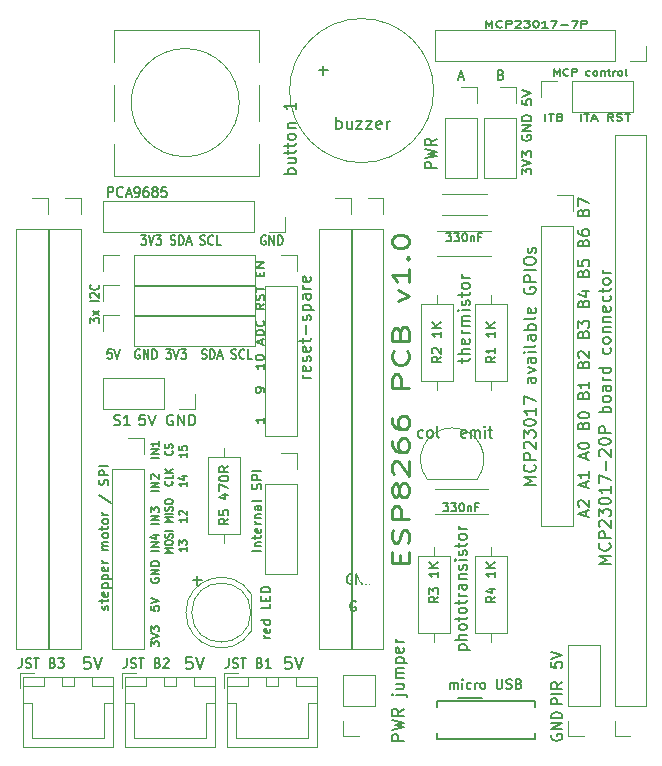
<source format=gto>
G04 #@! TF.GenerationSoftware,KiCad,Pcbnew,(5.1.2)-1*
G04 #@! TF.CreationDate,2024-09-29T13:42:58+01:00*
G04 #@! TF.ProjectId,ESP8266_PCB01,45535038-3236-4365-9f50-434230312e6b,rev?*
G04 #@! TF.SameCoordinates,Original*
G04 #@! TF.FileFunction,Legend,Top*
G04 #@! TF.FilePolarity,Positive*
%FSLAX46Y46*%
G04 Gerber Fmt 4.6, Leading zero omitted, Abs format (unit mm)*
G04 Created by KiCad (PCBNEW (5.1.2)-1) date 2024-09-29 13:42:58*
%MOMM*%
%LPD*%
G04 APERTURE LIST*
%ADD10C,0.150000*%
%ADD11C,0.180000*%
%ADD12C,0.175000*%
%ADD13C,0.250000*%
%ADD14C,0.200000*%
%ADD15C,0.120000*%
%ADD16R,1.802000X1.802000*%
%ADD17O,1.802000X1.802000*%
%ADD18C,1.502000*%
%ADD19O,1.502000X1.502000*%
%ADD20R,1.702000X1.702000*%
%ADD21C,1.702000*%
%ADD22O,1.802000X2.102000*%
%ADD23C,1.802000*%
%ADD24O,1.702000X1.702000*%
%ADD25R,1.902000X1.902000*%
%ADD26C,1.902000*%
%ADD27O,3.150000X1.829200*%
%ADD28R,0.942000X0.942000*%
%ADD29C,0.942000*%
%ADD30O,0.952000X1.952000*%
%ADD31C,2.602000*%
G04 APERTURE END LIST*
D10*
X142507142Y-56659428D02*
X142507142Y-56059428D01*
X142773809Y-56059428D02*
X143230952Y-56059428D01*
X143002380Y-56659428D02*
X143002380Y-56059428D01*
X143764285Y-56345142D02*
X143878571Y-56373714D01*
X143916666Y-56402285D01*
X143954761Y-56459428D01*
X143954761Y-56545142D01*
X143916666Y-56602285D01*
X143878571Y-56630857D01*
X143802380Y-56659428D01*
X143497619Y-56659428D01*
X143497619Y-56059428D01*
X143764285Y-56059428D01*
X143840476Y-56088000D01*
X143878571Y-56116571D01*
X143916666Y-56173714D01*
X143916666Y-56230857D01*
X143878571Y-56288000D01*
X143840476Y-56316571D01*
X143764285Y-56345142D01*
X143497619Y-56345142D01*
X145516666Y-56659428D02*
X145516666Y-56059428D01*
X145783333Y-56059428D02*
X146240476Y-56059428D01*
X146011904Y-56659428D02*
X146011904Y-56059428D01*
X146469047Y-56488000D02*
X146850000Y-56488000D01*
X146392857Y-56659428D02*
X146659523Y-56059428D01*
X146926190Y-56659428D01*
X148259523Y-56659428D02*
X147992857Y-56373714D01*
X147802380Y-56659428D02*
X147802380Y-56059428D01*
X148107142Y-56059428D01*
X148183333Y-56088000D01*
X148221428Y-56116571D01*
X148259523Y-56173714D01*
X148259523Y-56259428D01*
X148221428Y-56316571D01*
X148183333Y-56345142D01*
X148107142Y-56373714D01*
X147802380Y-56373714D01*
X148564285Y-56630857D02*
X148678571Y-56659428D01*
X148869047Y-56659428D01*
X148945238Y-56630857D01*
X148983333Y-56602285D01*
X149021428Y-56545142D01*
X149021428Y-56488000D01*
X148983333Y-56430857D01*
X148945238Y-56402285D01*
X148869047Y-56373714D01*
X148716666Y-56345142D01*
X148640476Y-56316571D01*
X148602380Y-56288000D01*
X148564285Y-56230857D01*
X148564285Y-56173714D01*
X148602380Y-56116571D01*
X148640476Y-56088000D01*
X148716666Y-56059428D01*
X148907142Y-56059428D01*
X149021428Y-56088000D01*
X149250000Y-56059428D02*
X149707142Y-56059428D01*
X149478571Y-56659428D02*
X149478571Y-56059428D01*
D11*
X145954333Y-90143714D02*
X145954333Y-89691333D01*
X146225761Y-90234190D02*
X145275761Y-89917523D01*
X146225761Y-89600857D01*
X145366238Y-89329428D02*
X145321000Y-89284190D01*
X145275761Y-89193714D01*
X145275761Y-88967523D01*
X145321000Y-88877047D01*
X145366238Y-88831809D01*
X145456714Y-88786571D01*
X145547190Y-88786571D01*
X145682904Y-88831809D01*
X146225761Y-89374666D01*
X146225761Y-88786571D01*
X145954333Y-87700857D02*
X145954333Y-87248476D01*
X146225761Y-87791333D02*
X145275761Y-87474666D01*
X146225761Y-87158000D01*
X146225761Y-86343714D02*
X146225761Y-86886571D01*
X146225761Y-86615142D02*
X145275761Y-86615142D01*
X145411476Y-86705619D01*
X145501952Y-86796095D01*
X145547190Y-86886571D01*
X145954333Y-85258000D02*
X145954333Y-84805619D01*
X146225761Y-85348476D02*
X145275761Y-85031809D01*
X146225761Y-84715142D01*
X145275761Y-84217523D02*
X145275761Y-84127047D01*
X145321000Y-84036571D01*
X145366238Y-83991333D01*
X145456714Y-83946095D01*
X145637666Y-83900857D01*
X145863857Y-83900857D01*
X146044809Y-83946095D01*
X146135285Y-83991333D01*
X146180523Y-84036571D01*
X146225761Y-84127047D01*
X146225761Y-84217523D01*
X146180523Y-84308000D01*
X146135285Y-84353238D01*
X146044809Y-84398476D01*
X145863857Y-84443714D01*
X145637666Y-84443714D01*
X145456714Y-84398476D01*
X145366238Y-84353238D01*
X145321000Y-84308000D01*
X145275761Y-84217523D01*
X145728142Y-82453238D02*
X145773380Y-82317523D01*
X145818619Y-82272285D01*
X145909095Y-82227047D01*
X146044809Y-82227047D01*
X146135285Y-82272285D01*
X146180523Y-82317523D01*
X146225761Y-82408000D01*
X146225761Y-82769904D01*
X145275761Y-82769904D01*
X145275761Y-82453238D01*
X145321000Y-82362761D01*
X145366238Y-82317523D01*
X145456714Y-82272285D01*
X145547190Y-82272285D01*
X145637666Y-82317523D01*
X145682904Y-82362761D01*
X145728142Y-82453238D01*
X145728142Y-82769904D01*
X145275761Y-81638952D02*
X145275761Y-81548476D01*
X145321000Y-81458000D01*
X145366238Y-81412761D01*
X145456714Y-81367523D01*
X145637666Y-81322285D01*
X145863857Y-81322285D01*
X146044809Y-81367523D01*
X146135285Y-81412761D01*
X146180523Y-81458000D01*
X146225761Y-81548476D01*
X146225761Y-81638952D01*
X146180523Y-81729428D01*
X146135285Y-81774666D01*
X146044809Y-81819904D01*
X145863857Y-81865142D01*
X145637666Y-81865142D01*
X145456714Y-81819904D01*
X145366238Y-81774666D01*
X145321000Y-81729428D01*
X145275761Y-81638952D01*
X145728142Y-79874666D02*
X145773380Y-79738952D01*
X145818619Y-79693714D01*
X145909095Y-79648476D01*
X146044809Y-79648476D01*
X146135285Y-79693714D01*
X146180523Y-79738952D01*
X146225761Y-79829428D01*
X146225761Y-80191333D01*
X145275761Y-80191333D01*
X145275761Y-79874666D01*
X145321000Y-79784190D01*
X145366238Y-79738952D01*
X145456714Y-79693714D01*
X145547190Y-79693714D01*
X145637666Y-79738952D01*
X145682904Y-79784190D01*
X145728142Y-79874666D01*
X145728142Y-80191333D01*
X146225761Y-78743714D02*
X146225761Y-79286571D01*
X146225761Y-79015142D02*
X145275761Y-79015142D01*
X145411476Y-79105619D01*
X145501952Y-79196095D01*
X145547190Y-79286571D01*
X145728142Y-77296095D02*
X145773380Y-77160380D01*
X145818619Y-77115142D01*
X145909095Y-77069904D01*
X146044809Y-77069904D01*
X146135285Y-77115142D01*
X146180523Y-77160380D01*
X146225761Y-77250857D01*
X146225761Y-77612761D01*
X145275761Y-77612761D01*
X145275761Y-77296095D01*
X145321000Y-77205619D01*
X145366238Y-77160380D01*
X145456714Y-77115142D01*
X145547190Y-77115142D01*
X145637666Y-77160380D01*
X145682904Y-77205619D01*
X145728142Y-77296095D01*
X145728142Y-77612761D01*
X145366238Y-76708000D02*
X145321000Y-76662761D01*
X145275761Y-76572285D01*
X145275761Y-76346095D01*
X145321000Y-76255619D01*
X145366238Y-76210380D01*
X145456714Y-76165142D01*
X145547190Y-76165142D01*
X145682904Y-76210380D01*
X146225761Y-76753238D01*
X146225761Y-76165142D01*
X145728142Y-74717523D02*
X145773380Y-74581809D01*
X145818619Y-74536571D01*
X145909095Y-74491333D01*
X146044809Y-74491333D01*
X146135285Y-74536571D01*
X146180523Y-74581809D01*
X146225761Y-74672285D01*
X146225761Y-75034190D01*
X145275761Y-75034190D01*
X145275761Y-74717523D01*
X145321000Y-74627047D01*
X145366238Y-74581809D01*
X145456714Y-74536571D01*
X145547190Y-74536571D01*
X145637666Y-74581809D01*
X145682904Y-74627047D01*
X145728142Y-74717523D01*
X145728142Y-75034190D01*
X145275761Y-74174666D02*
X145275761Y-73586571D01*
X145637666Y-73903238D01*
X145637666Y-73767523D01*
X145682904Y-73677047D01*
X145728142Y-73631809D01*
X145818619Y-73586571D01*
X146044809Y-73586571D01*
X146135285Y-73631809D01*
X146180523Y-73677047D01*
X146225761Y-73767523D01*
X146225761Y-74038952D01*
X146180523Y-74129428D01*
X146135285Y-74174666D01*
X145728142Y-72138952D02*
X145773380Y-72003238D01*
X145818619Y-71958000D01*
X145909095Y-71912761D01*
X146044809Y-71912761D01*
X146135285Y-71958000D01*
X146180523Y-72003238D01*
X146225761Y-72093714D01*
X146225761Y-72455619D01*
X145275761Y-72455619D01*
X145275761Y-72138952D01*
X145321000Y-72048476D01*
X145366238Y-72003238D01*
X145456714Y-71958000D01*
X145547190Y-71958000D01*
X145637666Y-72003238D01*
X145682904Y-72048476D01*
X145728142Y-72138952D01*
X145728142Y-72455619D01*
X145592428Y-71098476D02*
X146225761Y-71098476D01*
X145230523Y-71324666D02*
X145909095Y-71550857D01*
X145909095Y-70962761D01*
X145728142Y-69560380D02*
X145773380Y-69424666D01*
X145818619Y-69379428D01*
X145909095Y-69334190D01*
X146044809Y-69334190D01*
X146135285Y-69379428D01*
X146180523Y-69424666D01*
X146225761Y-69515142D01*
X146225761Y-69877047D01*
X145275761Y-69877047D01*
X145275761Y-69560380D01*
X145321000Y-69469904D01*
X145366238Y-69424666D01*
X145456714Y-69379428D01*
X145547190Y-69379428D01*
X145637666Y-69424666D01*
X145682904Y-69469904D01*
X145728142Y-69560380D01*
X145728142Y-69877047D01*
X145275761Y-68474666D02*
X145275761Y-68927047D01*
X145728142Y-68972285D01*
X145682904Y-68927047D01*
X145637666Y-68836571D01*
X145637666Y-68610380D01*
X145682904Y-68519904D01*
X145728142Y-68474666D01*
X145818619Y-68429428D01*
X146044809Y-68429428D01*
X146135285Y-68474666D01*
X146180523Y-68519904D01*
X146225761Y-68610380D01*
X146225761Y-68836571D01*
X146180523Y-68927047D01*
X146135285Y-68972285D01*
X145728142Y-66981809D02*
X145773380Y-66846095D01*
X145818619Y-66800857D01*
X145909095Y-66755619D01*
X146044809Y-66755619D01*
X146135285Y-66800857D01*
X146180523Y-66846095D01*
X146225761Y-66936571D01*
X146225761Y-67298476D01*
X145275761Y-67298476D01*
X145275761Y-66981809D01*
X145321000Y-66891333D01*
X145366238Y-66846095D01*
X145456714Y-66800857D01*
X145547190Y-66800857D01*
X145637666Y-66846095D01*
X145682904Y-66891333D01*
X145728142Y-66981809D01*
X145728142Y-67298476D01*
X145275761Y-65941333D02*
X145275761Y-66122285D01*
X145321000Y-66212761D01*
X145366238Y-66258000D01*
X145501952Y-66348476D01*
X145682904Y-66393714D01*
X146044809Y-66393714D01*
X146135285Y-66348476D01*
X146180523Y-66303238D01*
X146225761Y-66212761D01*
X146225761Y-66031809D01*
X146180523Y-65941333D01*
X146135285Y-65896095D01*
X146044809Y-65850857D01*
X145818619Y-65850857D01*
X145728142Y-65896095D01*
X145682904Y-65941333D01*
X145637666Y-66031809D01*
X145637666Y-66212761D01*
X145682904Y-66303238D01*
X145728142Y-66348476D01*
X145818619Y-66393714D01*
X145728142Y-64403238D02*
X145773380Y-64267523D01*
X145818619Y-64222285D01*
X145909095Y-64177047D01*
X146044809Y-64177047D01*
X146135285Y-64222285D01*
X146180523Y-64267523D01*
X146225761Y-64358000D01*
X146225761Y-64719904D01*
X145275761Y-64719904D01*
X145275761Y-64403238D01*
X145321000Y-64312761D01*
X145366238Y-64267523D01*
X145456714Y-64222285D01*
X145547190Y-64222285D01*
X145637666Y-64267523D01*
X145682904Y-64312761D01*
X145728142Y-64403238D01*
X145728142Y-64719904D01*
X145275761Y-63860380D02*
X145275761Y-63227047D01*
X146225761Y-63634190D01*
D10*
X110968666Y-93246000D02*
X110268666Y-93246000D01*
X110768666Y-93046000D01*
X110268666Y-92846000D01*
X110968666Y-92846000D01*
X110268666Y-92446000D02*
X110268666Y-92331714D01*
X110302000Y-92274571D01*
X110368666Y-92217428D01*
X110502000Y-92188857D01*
X110735333Y-92188857D01*
X110868666Y-92217428D01*
X110935333Y-92274571D01*
X110968666Y-92331714D01*
X110968666Y-92446000D01*
X110935333Y-92503142D01*
X110868666Y-92560285D01*
X110735333Y-92588857D01*
X110502000Y-92588857D01*
X110368666Y-92560285D01*
X110302000Y-92503142D01*
X110268666Y-92446000D01*
X110935333Y-91960285D02*
X110968666Y-91874571D01*
X110968666Y-91731714D01*
X110935333Y-91674571D01*
X110902000Y-91646000D01*
X110835333Y-91617428D01*
X110768666Y-91617428D01*
X110702000Y-91646000D01*
X110668666Y-91674571D01*
X110635333Y-91731714D01*
X110602000Y-91846000D01*
X110568666Y-91903142D01*
X110535333Y-91931714D01*
X110468666Y-91960285D01*
X110402000Y-91960285D01*
X110335333Y-91931714D01*
X110302000Y-91903142D01*
X110268666Y-91846000D01*
X110268666Y-91703142D01*
X110302000Y-91617428D01*
X110968666Y-91360285D02*
X110268666Y-91360285D01*
X110968666Y-90617428D02*
X110268666Y-90617428D01*
X110768666Y-90417428D01*
X110268666Y-90217428D01*
X110968666Y-90217428D01*
X110968666Y-89931714D02*
X110268666Y-89931714D01*
X110935333Y-89674571D02*
X110968666Y-89588857D01*
X110968666Y-89446000D01*
X110935333Y-89388857D01*
X110902000Y-89360285D01*
X110835333Y-89331714D01*
X110768666Y-89331714D01*
X110702000Y-89360285D01*
X110668666Y-89388857D01*
X110635333Y-89446000D01*
X110602000Y-89560285D01*
X110568666Y-89617428D01*
X110535333Y-89646000D01*
X110468666Y-89674571D01*
X110402000Y-89674571D01*
X110335333Y-89646000D01*
X110302000Y-89617428D01*
X110268666Y-89560285D01*
X110268666Y-89417428D01*
X110302000Y-89331714D01*
X110268666Y-88960285D02*
X110268666Y-88846000D01*
X110302000Y-88788857D01*
X110368666Y-88731714D01*
X110502000Y-88703142D01*
X110735333Y-88703142D01*
X110868666Y-88731714D01*
X110935333Y-88788857D01*
X110968666Y-88846000D01*
X110968666Y-88960285D01*
X110935333Y-89017428D01*
X110868666Y-89074571D01*
X110735333Y-89103142D01*
X110502000Y-89103142D01*
X110368666Y-89074571D01*
X110302000Y-89017428D01*
X110268666Y-88960285D01*
X110902000Y-87188857D02*
X110935333Y-87217428D01*
X110968666Y-87303142D01*
X110968666Y-87360285D01*
X110935333Y-87446000D01*
X110868666Y-87503142D01*
X110802000Y-87531714D01*
X110668666Y-87560285D01*
X110568666Y-87560285D01*
X110435333Y-87531714D01*
X110368666Y-87503142D01*
X110302000Y-87446000D01*
X110268666Y-87360285D01*
X110268666Y-87303142D01*
X110302000Y-87217428D01*
X110335333Y-87188857D01*
X110968666Y-86646000D02*
X110968666Y-86931714D01*
X110268666Y-86931714D01*
X110968666Y-86446000D02*
X110268666Y-86446000D01*
X110968666Y-86103142D02*
X110568666Y-86360285D01*
X110268666Y-86103142D02*
X110668666Y-86446000D01*
X110902000Y-84588857D02*
X110935333Y-84617428D01*
X110968666Y-84703142D01*
X110968666Y-84760285D01*
X110935333Y-84846000D01*
X110868666Y-84903142D01*
X110802000Y-84931714D01*
X110668666Y-84960285D01*
X110568666Y-84960285D01*
X110435333Y-84931714D01*
X110368666Y-84903142D01*
X110302000Y-84846000D01*
X110268666Y-84760285D01*
X110268666Y-84703142D01*
X110302000Y-84617428D01*
X110335333Y-84588857D01*
X110935333Y-84360285D02*
X110968666Y-84274571D01*
X110968666Y-84131714D01*
X110935333Y-84074571D01*
X110902000Y-84046000D01*
X110835333Y-84017428D01*
X110768666Y-84017428D01*
X110702000Y-84046000D01*
X110668666Y-84074571D01*
X110635333Y-84131714D01*
X110602000Y-84246000D01*
X110568666Y-84303142D01*
X110535333Y-84331714D01*
X110468666Y-84360285D01*
X110402000Y-84360285D01*
X110335333Y-84331714D01*
X110302000Y-84303142D01*
X110268666Y-84246000D01*
X110268666Y-84103142D01*
X110302000Y-84017428D01*
X112168666Y-92760285D02*
X112168666Y-93103142D01*
X112168666Y-92931714D02*
X111468666Y-92931714D01*
X111568666Y-92988857D01*
X111635333Y-93046000D01*
X111668666Y-93103142D01*
X111468666Y-92560285D02*
X111468666Y-92188857D01*
X111735333Y-92388857D01*
X111735333Y-92303142D01*
X111768666Y-92246000D01*
X111802000Y-92217428D01*
X111868666Y-92188857D01*
X112035333Y-92188857D01*
X112102000Y-92217428D01*
X112135333Y-92246000D01*
X112168666Y-92303142D01*
X112168666Y-92474571D01*
X112135333Y-92531714D01*
X112102000Y-92560285D01*
X112168666Y-90246000D02*
X112168666Y-90588857D01*
X112168666Y-90417428D02*
X111468666Y-90417428D01*
X111568666Y-90474571D01*
X111635333Y-90531714D01*
X111668666Y-90588857D01*
X111535333Y-90017428D02*
X111502000Y-89988857D01*
X111468666Y-89931714D01*
X111468666Y-89788857D01*
X111502000Y-89731714D01*
X111535333Y-89703142D01*
X111602000Y-89674571D01*
X111668666Y-89674571D01*
X111768666Y-89703142D01*
X112168666Y-90046000D01*
X112168666Y-89674571D01*
X112168666Y-87274571D02*
X112168666Y-87617428D01*
X112168666Y-87446000D02*
X111468666Y-87446000D01*
X111568666Y-87503142D01*
X111635333Y-87560285D01*
X111668666Y-87617428D01*
X111702000Y-86760285D02*
X112168666Y-86760285D01*
X111435333Y-86903142D02*
X111935333Y-87046000D01*
X111935333Y-86674571D01*
X112168666Y-84760285D02*
X112168666Y-85103142D01*
X112168666Y-84931714D02*
X111468666Y-84931714D01*
X111568666Y-84988857D01*
X111635333Y-85046000D01*
X111668666Y-85103142D01*
X111468666Y-84217428D02*
X111468666Y-84503142D01*
X111802000Y-84531714D01*
X111768666Y-84503142D01*
X111735333Y-84446000D01*
X111735333Y-84303142D01*
X111768666Y-84246000D01*
X111802000Y-84217428D01*
X111868666Y-84188857D01*
X112035333Y-84188857D01*
X112102000Y-84217428D01*
X112135333Y-84246000D01*
X112168666Y-84303142D01*
X112168666Y-84446000D01*
X112135333Y-84503142D01*
X112102000Y-84531714D01*
D12*
X118680666Y-81799904D02*
X118680666Y-82257047D01*
X118680666Y-82028476D02*
X117980666Y-82028476D01*
X118080666Y-82104666D01*
X118147333Y-82180857D01*
X118180666Y-82257047D01*
X118680666Y-79590380D02*
X118680666Y-79438000D01*
X118647333Y-79361809D01*
X118614000Y-79323714D01*
X118514000Y-79247523D01*
X118380666Y-79209428D01*
X118114000Y-79209428D01*
X118047333Y-79247523D01*
X118014000Y-79285619D01*
X117980666Y-79361809D01*
X117980666Y-79514190D01*
X118014000Y-79590380D01*
X118047333Y-79628476D01*
X118114000Y-79666571D01*
X118280666Y-79666571D01*
X118347333Y-79628476D01*
X118380666Y-79590380D01*
X118414000Y-79514190D01*
X118414000Y-79361809D01*
X118380666Y-79285619D01*
X118347333Y-79247523D01*
X118280666Y-79209428D01*
X118680666Y-77228476D02*
X118680666Y-77685619D01*
X118680666Y-77457047D02*
X117980666Y-77457047D01*
X118080666Y-77533238D01*
X118147333Y-77609428D01*
X118180666Y-77685619D01*
X117980666Y-76733238D02*
X117980666Y-76657047D01*
X118014000Y-76580857D01*
X118047333Y-76542761D01*
X118114000Y-76504666D01*
X118247333Y-76466571D01*
X118414000Y-76466571D01*
X118547333Y-76504666D01*
X118614000Y-76542761D01*
X118647333Y-76580857D01*
X118680666Y-76657047D01*
X118680666Y-76733238D01*
X118647333Y-76809428D01*
X118614000Y-76847523D01*
X118547333Y-76885619D01*
X118414000Y-76923714D01*
X118247333Y-76923714D01*
X118114000Y-76885619D01*
X118047333Y-76847523D01*
X118014000Y-76809428D01*
X117980666Y-76733238D01*
X118480666Y-75552285D02*
X118480666Y-75171333D01*
X118680666Y-75628476D02*
X117980666Y-75361809D01*
X118680666Y-75095142D01*
X118680666Y-74828476D02*
X117980666Y-74828476D01*
X117980666Y-74638000D01*
X118014000Y-74523714D01*
X118080666Y-74447523D01*
X118147333Y-74409428D01*
X118280666Y-74371333D01*
X118380666Y-74371333D01*
X118514000Y-74409428D01*
X118580666Y-74447523D01*
X118647333Y-74523714D01*
X118680666Y-74638000D01*
X118680666Y-74828476D01*
X118614000Y-73571333D02*
X118647333Y-73609428D01*
X118680666Y-73723714D01*
X118680666Y-73799904D01*
X118647333Y-73914190D01*
X118580666Y-73990380D01*
X118514000Y-74028476D01*
X118380666Y-74066571D01*
X118280666Y-74066571D01*
X118147333Y-74028476D01*
X118080666Y-73990380D01*
X118014000Y-73914190D01*
X117980666Y-73799904D01*
X117980666Y-73723714D01*
X118014000Y-73609428D01*
X118047333Y-73571333D01*
X118680666Y-72161809D02*
X118347333Y-72428476D01*
X118680666Y-72618952D02*
X117980666Y-72618952D01*
X117980666Y-72314190D01*
X118014000Y-72238000D01*
X118047333Y-72199904D01*
X118114000Y-72161809D01*
X118214000Y-72161809D01*
X118280666Y-72199904D01*
X118314000Y-72238000D01*
X118347333Y-72314190D01*
X118347333Y-72618952D01*
X118647333Y-71857047D02*
X118680666Y-71742761D01*
X118680666Y-71552285D01*
X118647333Y-71476095D01*
X118614000Y-71438000D01*
X118547333Y-71399904D01*
X118480666Y-71399904D01*
X118414000Y-71438000D01*
X118380666Y-71476095D01*
X118347333Y-71552285D01*
X118314000Y-71704666D01*
X118280666Y-71780857D01*
X118247333Y-71818952D01*
X118180666Y-71857047D01*
X118114000Y-71857047D01*
X118047333Y-71818952D01*
X118014000Y-71780857D01*
X117980666Y-71704666D01*
X117980666Y-71514190D01*
X118014000Y-71399904D01*
X117980666Y-71171333D02*
X117980666Y-70714190D01*
X118680666Y-70942761D02*
X117980666Y-70942761D01*
X118314000Y-69838000D02*
X118314000Y-69571333D01*
X118680666Y-69457047D02*
X118680666Y-69838000D01*
X117980666Y-69838000D01*
X117980666Y-69457047D01*
X118680666Y-69114190D02*
X117980666Y-69114190D01*
X118680666Y-68657047D01*
X117980666Y-68657047D01*
X103955904Y-73769333D02*
X103955904Y-73336000D01*
X104260666Y-73569333D01*
X104260666Y-73469333D01*
X104298761Y-73402666D01*
X104336857Y-73369333D01*
X104413047Y-73336000D01*
X104603523Y-73336000D01*
X104679714Y-73369333D01*
X104717809Y-73402666D01*
X104755904Y-73469333D01*
X104755904Y-73669333D01*
X104717809Y-73736000D01*
X104679714Y-73769333D01*
X104755904Y-73102666D02*
X104222571Y-72736000D01*
X104222571Y-73102666D02*
X104755904Y-72736000D01*
X104755904Y-71936000D02*
X103955904Y-71936000D01*
X104032095Y-71636000D02*
X103994000Y-71602666D01*
X103955904Y-71536000D01*
X103955904Y-71369333D01*
X103994000Y-71302666D01*
X104032095Y-71269333D01*
X104108285Y-71236000D01*
X104184476Y-71236000D01*
X104298761Y-71269333D01*
X104755904Y-71669333D01*
X104755904Y-71236000D01*
X104679714Y-70536000D02*
X104717809Y-70569333D01*
X104755904Y-70669333D01*
X104755904Y-70736000D01*
X104717809Y-70836000D01*
X104641619Y-70902666D01*
X104565428Y-70936000D01*
X104413047Y-70969333D01*
X104298761Y-70969333D01*
X104146380Y-70936000D01*
X104070190Y-70902666D01*
X103994000Y-70836000D01*
X103955904Y-70736000D01*
X103955904Y-70669333D01*
X103994000Y-70569333D01*
X104032095Y-70536000D01*
D13*
X130202000Y-94121142D02*
X130202000Y-93454476D01*
X130935333Y-93168761D02*
X130935333Y-94121142D01*
X129535333Y-94121142D01*
X129535333Y-93168761D01*
X130868666Y-92406857D02*
X130935333Y-92121142D01*
X130935333Y-91644952D01*
X130868666Y-91454476D01*
X130802000Y-91359238D01*
X130668666Y-91264000D01*
X130535333Y-91264000D01*
X130402000Y-91359238D01*
X130335333Y-91454476D01*
X130268666Y-91644952D01*
X130202000Y-92025904D01*
X130135333Y-92216380D01*
X130068666Y-92311619D01*
X129935333Y-92406857D01*
X129802000Y-92406857D01*
X129668666Y-92311619D01*
X129602000Y-92216380D01*
X129535333Y-92025904D01*
X129535333Y-91549714D01*
X129602000Y-91264000D01*
X130935333Y-90406857D02*
X129535333Y-90406857D01*
X129535333Y-89644952D01*
X129602000Y-89454476D01*
X129668666Y-89359238D01*
X129802000Y-89264000D01*
X130002000Y-89264000D01*
X130135333Y-89359238D01*
X130202000Y-89454476D01*
X130268666Y-89644952D01*
X130268666Y-90406857D01*
X130135333Y-88121142D02*
X130068666Y-88311619D01*
X130002000Y-88406857D01*
X129868666Y-88502095D01*
X129802000Y-88502095D01*
X129668666Y-88406857D01*
X129602000Y-88311619D01*
X129535333Y-88121142D01*
X129535333Y-87740190D01*
X129602000Y-87549714D01*
X129668666Y-87454476D01*
X129802000Y-87359238D01*
X129868666Y-87359238D01*
X130002000Y-87454476D01*
X130068666Y-87549714D01*
X130135333Y-87740190D01*
X130135333Y-88121142D01*
X130202000Y-88311619D01*
X130268666Y-88406857D01*
X130402000Y-88502095D01*
X130668666Y-88502095D01*
X130802000Y-88406857D01*
X130868666Y-88311619D01*
X130935333Y-88121142D01*
X130935333Y-87740190D01*
X130868666Y-87549714D01*
X130802000Y-87454476D01*
X130668666Y-87359238D01*
X130402000Y-87359238D01*
X130268666Y-87454476D01*
X130202000Y-87549714D01*
X130135333Y-87740190D01*
X129668666Y-86597333D02*
X129602000Y-86502095D01*
X129535333Y-86311619D01*
X129535333Y-85835428D01*
X129602000Y-85644952D01*
X129668666Y-85549714D01*
X129802000Y-85454476D01*
X129935333Y-85454476D01*
X130135333Y-85549714D01*
X130935333Y-86692571D01*
X130935333Y-85454476D01*
X129535333Y-83740190D02*
X129535333Y-84121142D01*
X129602000Y-84311619D01*
X129668666Y-84406857D01*
X129868666Y-84597333D01*
X130135333Y-84692571D01*
X130668666Y-84692571D01*
X130802000Y-84597333D01*
X130868666Y-84502095D01*
X130935333Y-84311619D01*
X130935333Y-83930666D01*
X130868666Y-83740190D01*
X130802000Y-83644952D01*
X130668666Y-83549714D01*
X130335333Y-83549714D01*
X130202000Y-83644952D01*
X130135333Y-83740190D01*
X130068666Y-83930666D01*
X130068666Y-84311619D01*
X130135333Y-84502095D01*
X130202000Y-84597333D01*
X130335333Y-84692571D01*
X129535333Y-81835428D02*
X129535333Y-82216380D01*
X129602000Y-82406857D01*
X129668666Y-82502095D01*
X129868666Y-82692571D01*
X130135333Y-82787809D01*
X130668666Y-82787809D01*
X130802000Y-82692571D01*
X130868666Y-82597333D01*
X130935333Y-82406857D01*
X130935333Y-82025904D01*
X130868666Y-81835428D01*
X130802000Y-81740190D01*
X130668666Y-81644952D01*
X130335333Y-81644952D01*
X130202000Y-81740190D01*
X130135333Y-81835428D01*
X130068666Y-82025904D01*
X130068666Y-82406857D01*
X130135333Y-82597333D01*
X130202000Y-82692571D01*
X130335333Y-82787809D01*
X130935333Y-79264000D02*
X129535333Y-79264000D01*
X129535333Y-78502095D01*
X129602000Y-78311619D01*
X129668666Y-78216380D01*
X129802000Y-78121142D01*
X130002000Y-78121142D01*
X130135333Y-78216380D01*
X130202000Y-78311619D01*
X130268666Y-78502095D01*
X130268666Y-79264000D01*
X130802000Y-76121142D02*
X130868666Y-76216380D01*
X130935333Y-76502095D01*
X130935333Y-76692571D01*
X130868666Y-76978285D01*
X130735333Y-77168761D01*
X130602000Y-77264000D01*
X130335333Y-77359238D01*
X130135333Y-77359238D01*
X129868666Y-77264000D01*
X129735333Y-77168761D01*
X129602000Y-76978285D01*
X129535333Y-76692571D01*
X129535333Y-76502095D01*
X129602000Y-76216380D01*
X129668666Y-76121142D01*
X130202000Y-74597333D02*
X130268666Y-74311619D01*
X130335333Y-74216380D01*
X130468666Y-74121142D01*
X130668666Y-74121142D01*
X130802000Y-74216380D01*
X130868666Y-74311619D01*
X130935333Y-74502095D01*
X130935333Y-75264000D01*
X129535333Y-75264000D01*
X129535333Y-74597333D01*
X129602000Y-74406857D01*
X129668666Y-74311619D01*
X129802000Y-74216380D01*
X129935333Y-74216380D01*
X130068666Y-74311619D01*
X130135333Y-74406857D01*
X130202000Y-74597333D01*
X130202000Y-75264000D01*
X130002000Y-71930666D02*
X130935333Y-71454476D01*
X130002000Y-70978285D01*
X130935333Y-69168761D02*
X130935333Y-70311619D01*
X130935333Y-69740190D02*
X129535333Y-69740190D01*
X129735333Y-69930666D01*
X129868666Y-70121142D01*
X129935333Y-70311619D01*
X130802000Y-68311619D02*
X130868666Y-68216380D01*
X130935333Y-68311619D01*
X130868666Y-68406857D01*
X130802000Y-68311619D01*
X130935333Y-68311619D01*
X129535333Y-66978285D02*
X129535333Y-66787809D01*
X129602000Y-66597333D01*
X129668666Y-66502095D01*
X129802000Y-66406857D01*
X130068666Y-66311619D01*
X130402000Y-66311619D01*
X130668666Y-66406857D01*
X130802000Y-66502095D01*
X130868666Y-66597333D01*
X130935333Y-66787809D01*
X130935333Y-66978285D01*
X130868666Y-67168761D01*
X130802000Y-67264000D01*
X130668666Y-67359238D01*
X130402000Y-67454476D01*
X130068666Y-67454476D01*
X129802000Y-67359238D01*
X129668666Y-67264000D01*
X129602000Y-67168761D01*
X129535333Y-66978285D01*
D11*
X108604285Y-81549142D02*
X108175714Y-81549142D01*
X108132857Y-81977714D01*
X108175714Y-81934857D01*
X108261428Y-81892000D01*
X108475714Y-81892000D01*
X108561428Y-81934857D01*
X108604285Y-81977714D01*
X108647142Y-82063428D01*
X108647142Y-82277714D01*
X108604285Y-82363428D01*
X108561428Y-82406285D01*
X108475714Y-82449142D01*
X108261428Y-82449142D01*
X108175714Y-82406285D01*
X108132857Y-82363428D01*
X108904285Y-81549142D02*
X109204285Y-82449142D01*
X109504285Y-81549142D01*
X110961428Y-81592000D02*
X110875714Y-81549142D01*
X110747142Y-81549142D01*
X110618571Y-81592000D01*
X110532857Y-81677714D01*
X110490000Y-81763428D01*
X110447142Y-81934857D01*
X110447142Y-82063428D01*
X110490000Y-82234857D01*
X110532857Y-82320571D01*
X110618571Y-82406285D01*
X110747142Y-82449142D01*
X110832857Y-82449142D01*
X110961428Y-82406285D01*
X111004285Y-82363428D01*
X111004285Y-82063428D01*
X110832857Y-82063428D01*
X111390000Y-82449142D02*
X111390000Y-81549142D01*
X111904285Y-82449142D01*
X111904285Y-81549142D01*
X112332857Y-82449142D02*
X112332857Y-81549142D01*
X112547142Y-81549142D01*
X112675714Y-81592000D01*
X112761428Y-81677714D01*
X112804285Y-81763428D01*
X112847142Y-81934857D01*
X112847142Y-82063428D01*
X112804285Y-82234857D01*
X112761428Y-82320571D01*
X112675714Y-82406285D01*
X112547142Y-82449142D01*
X112332857Y-82449142D01*
D14*
X112649047Y-95575428D02*
X113410952Y-95575428D01*
X113030000Y-95956380D02*
X113030000Y-95194476D01*
D10*
X126447523Y-97390000D02*
X126371333Y-97351904D01*
X126257047Y-97351904D01*
X126142761Y-97390000D01*
X126066571Y-97466190D01*
X126028476Y-97542380D01*
X125990380Y-97694761D01*
X125990380Y-97809047D01*
X126028476Y-97961428D01*
X126066571Y-98037619D01*
X126142761Y-98113809D01*
X126257047Y-98151904D01*
X126333238Y-98151904D01*
X126447523Y-98113809D01*
X126485619Y-98075714D01*
X126485619Y-97809047D01*
X126333238Y-97809047D01*
X109090666Y-101156000D02*
X109090666Y-100722666D01*
X109357333Y-100956000D01*
X109357333Y-100856000D01*
X109390666Y-100789333D01*
X109424000Y-100756000D01*
X109490666Y-100722666D01*
X109657333Y-100722666D01*
X109724000Y-100756000D01*
X109757333Y-100789333D01*
X109790666Y-100856000D01*
X109790666Y-101056000D01*
X109757333Y-101122666D01*
X109724000Y-101156000D01*
X109090666Y-100522666D02*
X109790666Y-100289333D01*
X109090666Y-100056000D01*
X109090666Y-99889333D02*
X109090666Y-99456000D01*
X109357333Y-99689333D01*
X109357333Y-99589333D01*
X109390666Y-99522666D01*
X109424000Y-99489333D01*
X109490666Y-99456000D01*
X109657333Y-99456000D01*
X109724000Y-99489333D01*
X109757333Y-99522666D01*
X109790666Y-99589333D01*
X109790666Y-99789333D01*
X109757333Y-99856000D01*
X109724000Y-99889333D01*
X109090666Y-97756000D02*
X109090666Y-98089333D01*
X109424000Y-98122666D01*
X109390666Y-98089333D01*
X109357333Y-98022666D01*
X109357333Y-97856000D01*
X109390666Y-97789333D01*
X109424000Y-97756000D01*
X109490666Y-97722666D01*
X109657333Y-97722666D01*
X109724000Y-97756000D01*
X109757333Y-97789333D01*
X109790666Y-97856000D01*
X109790666Y-98022666D01*
X109757333Y-98089333D01*
X109724000Y-98122666D01*
X109090666Y-97522666D02*
X109790666Y-97289333D01*
X109090666Y-97056000D01*
X109124000Y-95389333D02*
X109090666Y-95456000D01*
X109090666Y-95556000D01*
X109124000Y-95656000D01*
X109190666Y-95722666D01*
X109257333Y-95756000D01*
X109390666Y-95789333D01*
X109490666Y-95789333D01*
X109624000Y-95756000D01*
X109690666Y-95722666D01*
X109757333Y-95656000D01*
X109790666Y-95556000D01*
X109790666Y-95489333D01*
X109757333Y-95389333D01*
X109724000Y-95356000D01*
X109490666Y-95356000D01*
X109490666Y-95489333D01*
X109790666Y-95056000D02*
X109090666Y-95056000D01*
X109790666Y-94656000D01*
X109090666Y-94656000D01*
X109790666Y-94322666D02*
X109090666Y-94322666D01*
X109090666Y-94156000D01*
X109124000Y-94056000D01*
X109190666Y-93989333D01*
X109257333Y-93956000D01*
X109390666Y-93922666D01*
X109490666Y-93922666D01*
X109624000Y-93956000D01*
X109690666Y-93989333D01*
X109757333Y-94056000D01*
X109790666Y-94156000D01*
X109790666Y-94322666D01*
X109790666Y-93089333D02*
X109090666Y-93089333D01*
X109790666Y-92756000D02*
X109090666Y-92756000D01*
X109790666Y-92356000D01*
X109090666Y-92356000D01*
X109324000Y-91722666D02*
X109790666Y-91722666D01*
X109057333Y-91889333D02*
X109557333Y-92056000D01*
X109557333Y-91622666D01*
X109790666Y-90822666D02*
X109090666Y-90822666D01*
X109790666Y-90489333D02*
X109090666Y-90489333D01*
X109790666Y-90089333D01*
X109090666Y-90089333D01*
X109090666Y-89822666D02*
X109090666Y-89389333D01*
X109357333Y-89622666D01*
X109357333Y-89522666D01*
X109390666Y-89456000D01*
X109424000Y-89422666D01*
X109490666Y-89389333D01*
X109657333Y-89389333D01*
X109724000Y-89422666D01*
X109757333Y-89456000D01*
X109790666Y-89522666D01*
X109790666Y-89722666D01*
X109757333Y-89789333D01*
X109724000Y-89822666D01*
X109790666Y-88022666D02*
X109090666Y-88022666D01*
X109790666Y-87689333D02*
X109090666Y-87689333D01*
X109790666Y-87289333D01*
X109090666Y-87289333D01*
X109157333Y-86989333D02*
X109124000Y-86956000D01*
X109090666Y-86889333D01*
X109090666Y-86722666D01*
X109124000Y-86656000D01*
X109157333Y-86622666D01*
X109224000Y-86589333D01*
X109290666Y-86589333D01*
X109390666Y-86622666D01*
X109790666Y-87022666D01*
X109790666Y-86589333D01*
X109790666Y-85222666D02*
X109090666Y-85222666D01*
X109790666Y-84889333D02*
X109090666Y-84889333D01*
X109790666Y-84489333D01*
X109090666Y-84489333D01*
X109790666Y-83789333D02*
X109790666Y-84189333D01*
X109790666Y-83989333D02*
X109090666Y-83989333D01*
X109190666Y-84056000D01*
X109257333Y-84122666D01*
X109290666Y-84189333D01*
X126136476Y-95104000D02*
X126060285Y-95065904D01*
X125946000Y-95065904D01*
X125831714Y-95104000D01*
X125755523Y-95180190D01*
X125717428Y-95256380D01*
X125679333Y-95408761D01*
X125679333Y-95523047D01*
X125717428Y-95675428D01*
X125755523Y-95751619D01*
X125831714Y-95827809D01*
X125946000Y-95865904D01*
X126022190Y-95865904D01*
X126136476Y-95827809D01*
X126174571Y-95789714D01*
X126174571Y-95523047D01*
X126022190Y-95523047D01*
X126517428Y-95865904D02*
X126517428Y-95065904D01*
X126974571Y-95865904D01*
X126974571Y-95065904D01*
X127355523Y-95865904D02*
X127355523Y-95065904D01*
X127546000Y-95065904D01*
X127660285Y-95104000D01*
X127736476Y-95180190D01*
X127774571Y-95256380D01*
X127812666Y-95408761D01*
X127812666Y-95523047D01*
X127774571Y-95675428D01*
X127736476Y-95751619D01*
X127660285Y-95827809D01*
X127546000Y-95865904D01*
X127355523Y-95865904D01*
D14*
X120967523Y-102068380D02*
X120491333Y-102068380D01*
X120443714Y-102544571D01*
X120491333Y-102496952D01*
X120586571Y-102449333D01*
X120824666Y-102449333D01*
X120919904Y-102496952D01*
X120967523Y-102544571D01*
X121015142Y-102639809D01*
X121015142Y-102877904D01*
X120967523Y-102973142D01*
X120919904Y-103020761D01*
X120824666Y-103068380D01*
X120586571Y-103068380D01*
X120491333Y-103020761D01*
X120443714Y-102973142D01*
X121300857Y-102068380D02*
X121634190Y-103068380D01*
X121967523Y-102068380D01*
X112585523Y-102068380D02*
X112109333Y-102068380D01*
X112061714Y-102544571D01*
X112109333Y-102496952D01*
X112204571Y-102449333D01*
X112442666Y-102449333D01*
X112537904Y-102496952D01*
X112585523Y-102544571D01*
X112633142Y-102639809D01*
X112633142Y-102877904D01*
X112585523Y-102973142D01*
X112537904Y-103020761D01*
X112442666Y-103068380D01*
X112204571Y-103068380D01*
X112109333Y-103020761D01*
X112061714Y-102973142D01*
X112918857Y-102068380D02*
X113252190Y-103068380D01*
X113585523Y-102068380D01*
X103949523Y-102068380D02*
X103473333Y-102068380D01*
X103425714Y-102544571D01*
X103473333Y-102496952D01*
X103568571Y-102449333D01*
X103806666Y-102449333D01*
X103901904Y-102496952D01*
X103949523Y-102544571D01*
X103997142Y-102639809D01*
X103997142Y-102877904D01*
X103949523Y-102973142D01*
X103901904Y-103020761D01*
X103806666Y-103068380D01*
X103568571Y-103068380D01*
X103473333Y-103020761D01*
X103425714Y-102973142D01*
X104282857Y-102068380D02*
X104616190Y-103068380D01*
X104949523Y-102068380D01*
X143060000Y-108624285D02*
X143017142Y-108710000D01*
X143017142Y-108838571D01*
X143060000Y-108967142D01*
X143145714Y-109052857D01*
X143231428Y-109095714D01*
X143402857Y-109138571D01*
X143531428Y-109138571D01*
X143702857Y-109095714D01*
X143788571Y-109052857D01*
X143874285Y-108967142D01*
X143917142Y-108838571D01*
X143917142Y-108752857D01*
X143874285Y-108624285D01*
X143831428Y-108581428D01*
X143531428Y-108581428D01*
X143531428Y-108752857D01*
X143917142Y-108195714D02*
X143017142Y-108195714D01*
X143917142Y-107681428D01*
X143017142Y-107681428D01*
X143917142Y-107252857D02*
X143017142Y-107252857D01*
X143017142Y-107038571D01*
X143060000Y-106910000D01*
X143145714Y-106824285D01*
X143231428Y-106781428D01*
X143402857Y-106738571D01*
X143531428Y-106738571D01*
X143702857Y-106781428D01*
X143788571Y-106824285D01*
X143874285Y-106910000D01*
X143917142Y-107038571D01*
X143917142Y-107252857D01*
X143017142Y-102495714D02*
X143017142Y-102924285D01*
X143445714Y-102967142D01*
X143402857Y-102924285D01*
X143360000Y-102838571D01*
X143360000Y-102624285D01*
X143402857Y-102538571D01*
X143445714Y-102495714D01*
X143531428Y-102452857D01*
X143745714Y-102452857D01*
X143831428Y-102495714D01*
X143874285Y-102538571D01*
X143917142Y-102624285D01*
X143917142Y-102838571D01*
X143874285Y-102924285D01*
X143831428Y-102967142D01*
X143017142Y-102195714D02*
X143917142Y-101895714D01*
X143017142Y-101595714D01*
X133294380Y-60636000D02*
X132294380Y-60636000D01*
X132294380Y-60293142D01*
X132342000Y-60207428D01*
X132389619Y-60164571D01*
X132484857Y-60121714D01*
X132627714Y-60121714D01*
X132722952Y-60164571D01*
X132770571Y-60207428D01*
X132818190Y-60293142D01*
X132818190Y-60636000D01*
X132294380Y-59821714D02*
X133294380Y-59607428D01*
X132580095Y-59436000D01*
X133294380Y-59264571D01*
X132294380Y-59050285D01*
X133294380Y-58193142D02*
X132818190Y-58493142D01*
X133294380Y-58707428D02*
X132294380Y-58707428D01*
X132294380Y-58364571D01*
X132342000Y-58278857D01*
X132389619Y-58236000D01*
X132484857Y-58193142D01*
X132627714Y-58193142D01*
X132722952Y-58236000D01*
X132770571Y-58278857D01*
X132818190Y-58364571D01*
X132818190Y-58707428D01*
X135752000Y-83462761D02*
X135666285Y-83510380D01*
X135494857Y-83510380D01*
X135409142Y-83462761D01*
X135366285Y-83367523D01*
X135366285Y-82986571D01*
X135409142Y-82891333D01*
X135494857Y-82843714D01*
X135666285Y-82843714D01*
X135752000Y-82891333D01*
X135794857Y-82986571D01*
X135794857Y-83081809D01*
X135366285Y-83177047D01*
X136180571Y-83510380D02*
X136180571Y-82843714D01*
X136180571Y-82938952D02*
X136223428Y-82891333D01*
X136309142Y-82843714D01*
X136437714Y-82843714D01*
X136523428Y-82891333D01*
X136566285Y-82986571D01*
X136566285Y-83510380D01*
X136566285Y-82986571D02*
X136609142Y-82891333D01*
X136694857Y-82843714D01*
X136823428Y-82843714D01*
X136909142Y-82891333D01*
X136952000Y-82986571D01*
X136952000Y-83510380D01*
X137380571Y-83510380D02*
X137380571Y-82843714D01*
X137380571Y-82510380D02*
X137337714Y-82558000D01*
X137380571Y-82605619D01*
X137423428Y-82558000D01*
X137380571Y-82510380D01*
X137380571Y-82605619D01*
X137680571Y-82843714D02*
X138023428Y-82843714D01*
X137809142Y-82510380D02*
X137809142Y-83367523D01*
X137852000Y-83462761D01*
X137937714Y-83510380D01*
X138023428Y-83510380D01*
X132159428Y-83462761D02*
X132073714Y-83510380D01*
X131902285Y-83510380D01*
X131816571Y-83462761D01*
X131773714Y-83415142D01*
X131730857Y-83319904D01*
X131730857Y-83034190D01*
X131773714Y-82938952D01*
X131816571Y-82891333D01*
X131902285Y-82843714D01*
X132073714Y-82843714D01*
X132159428Y-82891333D01*
X132673714Y-83510380D02*
X132588000Y-83462761D01*
X132545142Y-83415142D01*
X132502285Y-83319904D01*
X132502285Y-83034190D01*
X132545142Y-82938952D01*
X132588000Y-82891333D01*
X132673714Y-82843714D01*
X132802285Y-82843714D01*
X132888000Y-82891333D01*
X132930857Y-82938952D01*
X132973714Y-83034190D01*
X132973714Y-83319904D01*
X132930857Y-83415142D01*
X132888000Y-83462761D01*
X132802285Y-83510380D01*
X132673714Y-83510380D01*
X133488000Y-83510380D02*
X133402285Y-83462761D01*
X133359428Y-83367523D01*
X133359428Y-82510380D01*
D12*
X108283333Y-66363904D02*
X108716666Y-66363904D01*
X108483333Y-66668666D01*
X108583333Y-66668666D01*
X108650000Y-66706761D01*
X108683333Y-66744857D01*
X108716666Y-66821047D01*
X108716666Y-67011523D01*
X108683333Y-67087714D01*
X108650000Y-67125809D01*
X108583333Y-67163904D01*
X108383333Y-67163904D01*
X108316666Y-67125809D01*
X108283333Y-67087714D01*
X108916666Y-66363904D02*
X109150000Y-67163904D01*
X109383333Y-66363904D01*
X109550000Y-66363904D02*
X109983333Y-66363904D01*
X109750000Y-66668666D01*
X109850000Y-66668666D01*
X109916666Y-66706761D01*
X109950000Y-66744857D01*
X109983333Y-66821047D01*
X109983333Y-67011523D01*
X109950000Y-67087714D01*
X109916666Y-67125809D01*
X109850000Y-67163904D01*
X109650000Y-67163904D01*
X109583333Y-67125809D01*
X109550000Y-67087714D01*
X110783333Y-67125809D02*
X110883333Y-67163904D01*
X111050000Y-67163904D01*
X111116666Y-67125809D01*
X111150000Y-67087714D01*
X111183333Y-67011523D01*
X111183333Y-66935333D01*
X111150000Y-66859142D01*
X111116666Y-66821047D01*
X111050000Y-66782952D01*
X110916666Y-66744857D01*
X110850000Y-66706761D01*
X110816666Y-66668666D01*
X110783333Y-66592476D01*
X110783333Y-66516285D01*
X110816666Y-66440095D01*
X110850000Y-66402000D01*
X110916666Y-66363904D01*
X111083333Y-66363904D01*
X111183333Y-66402000D01*
X111483333Y-67163904D02*
X111483333Y-66363904D01*
X111650000Y-66363904D01*
X111750000Y-66402000D01*
X111816666Y-66478190D01*
X111850000Y-66554380D01*
X111883333Y-66706761D01*
X111883333Y-66821047D01*
X111850000Y-66973428D01*
X111816666Y-67049619D01*
X111750000Y-67125809D01*
X111650000Y-67163904D01*
X111483333Y-67163904D01*
X112150000Y-66935333D02*
X112483333Y-66935333D01*
X112083333Y-67163904D02*
X112316666Y-66363904D01*
X112550000Y-67163904D01*
X113283333Y-67125809D02*
X113383333Y-67163904D01*
X113550000Y-67163904D01*
X113616666Y-67125809D01*
X113650000Y-67087714D01*
X113683333Y-67011523D01*
X113683333Y-66935333D01*
X113650000Y-66859142D01*
X113616666Y-66821047D01*
X113550000Y-66782952D01*
X113416666Y-66744857D01*
X113350000Y-66706761D01*
X113316666Y-66668666D01*
X113283333Y-66592476D01*
X113283333Y-66516285D01*
X113316666Y-66440095D01*
X113350000Y-66402000D01*
X113416666Y-66363904D01*
X113583333Y-66363904D01*
X113683333Y-66402000D01*
X114383333Y-67087714D02*
X114350000Y-67125809D01*
X114250000Y-67163904D01*
X114183333Y-67163904D01*
X114083333Y-67125809D01*
X114016666Y-67049619D01*
X113983333Y-66973428D01*
X113950000Y-66821047D01*
X113950000Y-66706761D01*
X113983333Y-66554380D01*
X114016666Y-66478190D01*
X114083333Y-66402000D01*
X114183333Y-66363904D01*
X114250000Y-66363904D01*
X114350000Y-66402000D01*
X114383333Y-66440095D01*
X115016666Y-67163904D02*
X114683333Y-67163904D01*
X114683333Y-66363904D01*
X118816666Y-66402000D02*
X118750000Y-66363904D01*
X118650000Y-66363904D01*
X118550000Y-66402000D01*
X118483333Y-66478190D01*
X118450000Y-66554380D01*
X118416666Y-66706761D01*
X118416666Y-66821047D01*
X118450000Y-66973428D01*
X118483333Y-67049619D01*
X118550000Y-67125809D01*
X118650000Y-67163904D01*
X118716666Y-67163904D01*
X118816666Y-67125809D01*
X118850000Y-67087714D01*
X118850000Y-66821047D01*
X118716666Y-66821047D01*
X119150000Y-67163904D02*
X119150000Y-66363904D01*
X119550000Y-67163904D01*
X119550000Y-66363904D01*
X119883333Y-67163904D02*
X119883333Y-66363904D01*
X120050000Y-66363904D01*
X120150000Y-66402000D01*
X120216666Y-66478190D01*
X120250000Y-66554380D01*
X120283333Y-66706761D01*
X120283333Y-66821047D01*
X120250000Y-66973428D01*
X120216666Y-67049619D01*
X120150000Y-67125809D01*
X120050000Y-67163904D01*
X119883333Y-67163904D01*
X105789333Y-76015904D02*
X105456000Y-76015904D01*
X105422666Y-76396857D01*
X105456000Y-76358761D01*
X105522666Y-76320666D01*
X105689333Y-76320666D01*
X105756000Y-76358761D01*
X105789333Y-76396857D01*
X105822666Y-76473047D01*
X105822666Y-76663523D01*
X105789333Y-76739714D01*
X105756000Y-76777809D01*
X105689333Y-76815904D01*
X105522666Y-76815904D01*
X105456000Y-76777809D01*
X105422666Y-76739714D01*
X106022666Y-76015904D02*
X106256000Y-76815904D01*
X106489333Y-76015904D01*
X108156000Y-76054000D02*
X108089333Y-76015904D01*
X107989333Y-76015904D01*
X107889333Y-76054000D01*
X107822666Y-76130190D01*
X107789333Y-76206380D01*
X107756000Y-76358761D01*
X107756000Y-76473047D01*
X107789333Y-76625428D01*
X107822666Y-76701619D01*
X107889333Y-76777809D01*
X107989333Y-76815904D01*
X108056000Y-76815904D01*
X108156000Y-76777809D01*
X108189333Y-76739714D01*
X108189333Y-76473047D01*
X108056000Y-76473047D01*
X108489333Y-76815904D02*
X108489333Y-76015904D01*
X108889333Y-76815904D01*
X108889333Y-76015904D01*
X109222666Y-76815904D02*
X109222666Y-76015904D01*
X109389333Y-76015904D01*
X109489333Y-76054000D01*
X109556000Y-76130190D01*
X109589333Y-76206380D01*
X109622666Y-76358761D01*
X109622666Y-76473047D01*
X109589333Y-76625428D01*
X109556000Y-76701619D01*
X109489333Y-76777809D01*
X109389333Y-76815904D01*
X109222666Y-76815904D01*
X110389333Y-76015904D02*
X110822666Y-76015904D01*
X110589333Y-76320666D01*
X110689333Y-76320666D01*
X110756000Y-76358761D01*
X110789333Y-76396857D01*
X110822666Y-76473047D01*
X110822666Y-76663523D01*
X110789333Y-76739714D01*
X110756000Y-76777809D01*
X110689333Y-76815904D01*
X110489333Y-76815904D01*
X110422666Y-76777809D01*
X110389333Y-76739714D01*
X111022666Y-76015904D02*
X111256000Y-76815904D01*
X111489333Y-76015904D01*
X111656000Y-76015904D02*
X112089333Y-76015904D01*
X111856000Y-76320666D01*
X111956000Y-76320666D01*
X112022666Y-76358761D01*
X112056000Y-76396857D01*
X112089333Y-76473047D01*
X112089333Y-76663523D01*
X112056000Y-76739714D01*
X112022666Y-76777809D01*
X111956000Y-76815904D01*
X111756000Y-76815904D01*
X111689333Y-76777809D01*
X111656000Y-76739714D01*
X113422666Y-76777809D02*
X113522666Y-76815904D01*
X113689333Y-76815904D01*
X113756000Y-76777809D01*
X113789333Y-76739714D01*
X113822666Y-76663523D01*
X113822666Y-76587333D01*
X113789333Y-76511142D01*
X113756000Y-76473047D01*
X113689333Y-76434952D01*
X113556000Y-76396857D01*
X113489333Y-76358761D01*
X113456000Y-76320666D01*
X113422666Y-76244476D01*
X113422666Y-76168285D01*
X113456000Y-76092095D01*
X113489333Y-76054000D01*
X113556000Y-76015904D01*
X113722666Y-76015904D01*
X113822666Y-76054000D01*
X114122666Y-76815904D02*
X114122666Y-76015904D01*
X114289333Y-76015904D01*
X114389333Y-76054000D01*
X114456000Y-76130190D01*
X114489333Y-76206380D01*
X114522666Y-76358761D01*
X114522666Y-76473047D01*
X114489333Y-76625428D01*
X114456000Y-76701619D01*
X114389333Y-76777809D01*
X114289333Y-76815904D01*
X114122666Y-76815904D01*
X114789333Y-76587333D02*
X115122666Y-76587333D01*
X114722666Y-76815904D02*
X114956000Y-76015904D01*
X115189333Y-76815904D01*
X115922666Y-76777809D02*
X116022666Y-76815904D01*
X116189333Y-76815904D01*
X116256000Y-76777809D01*
X116289333Y-76739714D01*
X116322666Y-76663523D01*
X116322666Y-76587333D01*
X116289333Y-76511142D01*
X116256000Y-76473047D01*
X116189333Y-76434952D01*
X116056000Y-76396857D01*
X115989333Y-76358761D01*
X115956000Y-76320666D01*
X115922666Y-76244476D01*
X115922666Y-76168285D01*
X115956000Y-76092095D01*
X115989333Y-76054000D01*
X116056000Y-76015904D01*
X116222666Y-76015904D01*
X116322666Y-76054000D01*
X117022666Y-76739714D02*
X116989333Y-76777809D01*
X116889333Y-76815904D01*
X116822666Y-76815904D01*
X116722666Y-76777809D01*
X116656000Y-76701619D01*
X116622666Y-76625428D01*
X116589333Y-76473047D01*
X116589333Y-76358761D01*
X116622666Y-76206380D01*
X116656000Y-76130190D01*
X116722666Y-76054000D01*
X116822666Y-76015904D01*
X116889333Y-76015904D01*
X116989333Y-76054000D01*
X117022666Y-76092095D01*
X117656000Y-76815904D02*
X117322666Y-76815904D01*
X117322666Y-76015904D01*
D10*
X140531904Y-61200857D02*
X140531904Y-60705619D01*
X140836666Y-60972285D01*
X140836666Y-60858000D01*
X140874761Y-60781809D01*
X140912857Y-60743714D01*
X140989047Y-60705619D01*
X141179523Y-60705619D01*
X141255714Y-60743714D01*
X141293809Y-60781809D01*
X141331904Y-60858000D01*
X141331904Y-61086571D01*
X141293809Y-61162761D01*
X141255714Y-61200857D01*
X140531904Y-60477047D02*
X141331904Y-60210380D01*
X140531904Y-59943714D01*
X140531904Y-59753238D02*
X140531904Y-59258000D01*
X140836666Y-59524666D01*
X140836666Y-59410380D01*
X140874761Y-59334190D01*
X140912857Y-59296095D01*
X140989047Y-59258000D01*
X141179523Y-59258000D01*
X141255714Y-59296095D01*
X141293809Y-59334190D01*
X141331904Y-59410380D01*
X141331904Y-59638952D01*
X141293809Y-59715142D01*
X141255714Y-59753238D01*
X140570000Y-57886571D02*
X140531904Y-57962761D01*
X140531904Y-58077047D01*
X140570000Y-58191333D01*
X140646190Y-58267523D01*
X140722380Y-58305619D01*
X140874761Y-58343714D01*
X140989047Y-58343714D01*
X141141428Y-58305619D01*
X141217619Y-58267523D01*
X141293809Y-58191333D01*
X141331904Y-58077047D01*
X141331904Y-58000857D01*
X141293809Y-57886571D01*
X141255714Y-57848476D01*
X140989047Y-57848476D01*
X140989047Y-58000857D01*
X141331904Y-57505619D02*
X140531904Y-57505619D01*
X141331904Y-57048476D01*
X140531904Y-57048476D01*
X141331904Y-56667523D02*
X140531904Y-56667523D01*
X140531904Y-56477047D01*
X140570000Y-56362761D01*
X140646190Y-56286571D01*
X140722380Y-56248476D01*
X140874761Y-56210380D01*
X140989047Y-56210380D01*
X141141428Y-56248476D01*
X141217619Y-56286571D01*
X141293809Y-56362761D01*
X141331904Y-56477047D01*
X141331904Y-56667523D01*
X140531904Y-54877047D02*
X140531904Y-55258000D01*
X140912857Y-55296095D01*
X140874761Y-55258000D01*
X140836666Y-55181809D01*
X140836666Y-54991333D01*
X140874761Y-54915142D01*
X140912857Y-54877047D01*
X140989047Y-54838952D01*
X141179523Y-54838952D01*
X141255714Y-54877047D01*
X141293809Y-54915142D01*
X141331904Y-54991333D01*
X141331904Y-55181809D01*
X141293809Y-55258000D01*
X141255714Y-55296095D01*
X140531904Y-54610380D02*
X141331904Y-54343714D01*
X140531904Y-54077047D01*
D15*
X151032000Y-106172000D02*
X148372000Y-106172000D01*
X151032000Y-106172000D02*
X151032000Y-57852000D01*
X151032000Y-57852000D02*
X148372000Y-57852000D01*
X148372000Y-106172000D02*
X148372000Y-57852000D01*
X148372000Y-108772000D02*
X148372000Y-107442000D01*
X149702000Y-108772000D02*
X148372000Y-108772000D01*
X100514000Y-65786000D02*
X103174000Y-65786000D01*
X100514000Y-65786000D02*
X100514000Y-101406000D01*
X100514000Y-101406000D02*
X103174000Y-101406000D01*
X103174000Y-65786000D02*
X103174000Y-101406000D01*
X103174000Y-63186000D02*
X103174000Y-64516000D01*
X101844000Y-63186000D02*
X103174000Y-63186000D01*
X137556000Y-64674000D02*
X133716000Y-64674000D01*
X137556000Y-62834000D02*
X133716000Y-62834000D01*
X133048000Y-54102000D02*
G75*
G03X133048000Y-54102000I-6100000J0D01*
G01*
X133152000Y-87845000D02*
X133152000Y-87830000D01*
X133152000Y-89970000D02*
X133152000Y-89955000D01*
X137692000Y-87845000D02*
X137692000Y-87830000D01*
X137692000Y-89970000D02*
X137692000Y-89955000D01*
X137692000Y-87830000D02*
X133152000Y-87830000D01*
X137692000Y-89970000D02*
X133152000Y-89970000D01*
X133326000Y-65986000D02*
X137866000Y-65986000D01*
X133326000Y-68126000D02*
X137866000Y-68126000D01*
X133326000Y-65986000D02*
X133326000Y-66001000D01*
X133326000Y-68111000D02*
X133326000Y-68126000D01*
X137866000Y-65986000D02*
X137866000Y-66001000D01*
X137866000Y-68111000D02*
X137866000Y-68126000D01*
X105096000Y-71882000D02*
X105096000Y-70552000D01*
X105096000Y-70552000D02*
X106426000Y-70552000D01*
X107696000Y-70552000D02*
X117916000Y-70552000D01*
X117916000Y-73212000D02*
X117916000Y-70552000D01*
X107696000Y-73212000D02*
X117916000Y-73212000D01*
X107696000Y-73212000D02*
X107696000Y-70552000D01*
X107696000Y-70672000D02*
X107696000Y-68012000D01*
X107696000Y-70672000D02*
X117916000Y-70672000D01*
X117916000Y-70672000D02*
X117916000Y-68012000D01*
X107696000Y-68012000D02*
X117916000Y-68012000D01*
X105096000Y-68012000D02*
X106426000Y-68012000D01*
X105096000Y-69342000D02*
X105096000Y-68012000D01*
X105096000Y-74422000D02*
X105096000Y-73092000D01*
X105096000Y-73092000D02*
X106426000Y-73092000D01*
X107696000Y-73092000D02*
X117916000Y-73092000D01*
X117916000Y-75752000D02*
X117916000Y-73092000D01*
X107696000Y-75752000D02*
X117916000Y-75752000D01*
X107696000Y-75752000D02*
X107696000Y-73092000D01*
X134052000Y-56388000D02*
X136712000Y-56388000D01*
X134052000Y-56388000D02*
X134052000Y-61528000D01*
X134052000Y-61528000D02*
X136712000Y-61528000D01*
X136712000Y-56388000D02*
X136712000Y-61528000D01*
X136712000Y-53788000D02*
X136712000Y-55118000D01*
X135382000Y-53788000D02*
X136712000Y-53788000D01*
X138684000Y-53788000D02*
X140014000Y-53788000D01*
X140014000Y-53788000D02*
X140014000Y-55118000D01*
X140014000Y-56388000D02*
X140014000Y-61528000D01*
X137354000Y-61528000D02*
X140014000Y-61528000D01*
X137354000Y-56388000D02*
X137354000Y-61528000D01*
X137354000Y-56388000D02*
X140014000Y-56388000D01*
X117856000Y-63440000D02*
X117856000Y-66100000D01*
X117856000Y-63440000D02*
X105096000Y-63440000D01*
X105096000Y-63440000D02*
X105096000Y-66100000D01*
X117856000Y-66100000D02*
X105096000Y-66100000D01*
X120456000Y-66100000D02*
X119126000Y-66100000D01*
X120456000Y-64770000D02*
X120456000Y-66100000D01*
X147126000Y-106172000D02*
X144466000Y-106172000D01*
X147126000Y-106172000D02*
X147126000Y-101032000D01*
X147126000Y-101032000D02*
X144466000Y-101032000D01*
X144466000Y-106172000D02*
X144466000Y-101032000D01*
X144466000Y-108772000D02*
X144466000Y-107442000D01*
X145796000Y-108772000D02*
X144466000Y-108772000D01*
X112836000Y-79756000D02*
X112836000Y-81086000D01*
X112836000Y-81086000D02*
X111506000Y-81086000D01*
X110236000Y-81086000D02*
X105096000Y-81086000D01*
X105096000Y-78426000D02*
X105096000Y-81086000D01*
X110236000Y-78426000D02*
X105096000Y-78426000D01*
X110236000Y-78426000D02*
X110236000Y-81086000D01*
X115260000Y-103422000D02*
X115260000Y-104672000D01*
X116510000Y-103422000D02*
X115260000Y-103422000D01*
X122410000Y-108922000D02*
X119360000Y-108922000D01*
X122410000Y-105972000D02*
X122410000Y-108922000D01*
X123160000Y-105972000D02*
X122410000Y-105972000D01*
X116310000Y-108922000D02*
X119360000Y-108922000D01*
X116310000Y-105972000D02*
X116310000Y-108922000D01*
X115560000Y-105972000D02*
X116310000Y-105972000D01*
X123160000Y-103722000D02*
X121360000Y-103722000D01*
X123160000Y-104472000D02*
X123160000Y-103722000D01*
X121360000Y-104472000D02*
X123160000Y-104472000D01*
X121360000Y-103722000D02*
X121360000Y-104472000D01*
X117360000Y-103722000D02*
X115560000Y-103722000D01*
X117360000Y-104472000D02*
X117360000Y-103722000D01*
X115560000Y-104472000D02*
X117360000Y-104472000D01*
X115560000Y-103722000D02*
X115560000Y-104472000D01*
X119860000Y-103722000D02*
X118860000Y-103722000D01*
X119860000Y-104472000D02*
X119860000Y-103722000D01*
X118860000Y-104472000D02*
X119860000Y-104472000D01*
X118860000Y-103722000D02*
X118860000Y-104472000D01*
X123170000Y-103712000D02*
X115550000Y-103712000D01*
X123170000Y-109682000D02*
X123170000Y-103712000D01*
X115550000Y-109682000D02*
X123170000Y-109682000D01*
X115550000Y-103712000D02*
X115550000Y-109682000D01*
X106914000Y-103712000D02*
X106914000Y-109682000D01*
X106914000Y-109682000D02*
X114534000Y-109682000D01*
X114534000Y-109682000D02*
X114534000Y-103712000D01*
X114534000Y-103712000D02*
X106914000Y-103712000D01*
X110224000Y-103722000D02*
X110224000Y-104472000D01*
X110224000Y-104472000D02*
X111224000Y-104472000D01*
X111224000Y-104472000D02*
X111224000Y-103722000D01*
X111224000Y-103722000D02*
X110224000Y-103722000D01*
X106924000Y-103722000D02*
X106924000Y-104472000D01*
X106924000Y-104472000D02*
X108724000Y-104472000D01*
X108724000Y-104472000D02*
X108724000Y-103722000D01*
X108724000Y-103722000D02*
X106924000Y-103722000D01*
X112724000Y-103722000D02*
X112724000Y-104472000D01*
X112724000Y-104472000D02*
X114524000Y-104472000D01*
X114524000Y-104472000D02*
X114524000Y-103722000D01*
X114524000Y-103722000D02*
X112724000Y-103722000D01*
X106924000Y-105972000D02*
X107674000Y-105972000D01*
X107674000Y-105972000D02*
X107674000Y-108922000D01*
X107674000Y-108922000D02*
X110724000Y-108922000D01*
X114524000Y-105972000D02*
X113774000Y-105972000D01*
X113774000Y-105972000D02*
X113774000Y-108922000D01*
X113774000Y-108922000D02*
X110724000Y-108922000D01*
X107874000Y-103422000D02*
X106624000Y-103422000D01*
X106624000Y-103422000D02*
X106624000Y-104672000D01*
X97988000Y-103422000D02*
X97988000Y-104672000D01*
X99238000Y-103422000D02*
X97988000Y-103422000D01*
X105138000Y-108922000D02*
X102088000Y-108922000D01*
X105138000Y-105972000D02*
X105138000Y-108922000D01*
X105888000Y-105972000D02*
X105138000Y-105972000D01*
X99038000Y-108922000D02*
X102088000Y-108922000D01*
X99038000Y-105972000D02*
X99038000Y-108922000D01*
X98288000Y-105972000D02*
X99038000Y-105972000D01*
X105888000Y-103722000D02*
X104088000Y-103722000D01*
X105888000Y-104472000D02*
X105888000Y-103722000D01*
X104088000Y-104472000D02*
X105888000Y-104472000D01*
X104088000Y-103722000D02*
X104088000Y-104472000D01*
X100088000Y-103722000D02*
X98288000Y-103722000D01*
X100088000Y-104472000D02*
X100088000Y-103722000D01*
X98288000Y-104472000D02*
X100088000Y-104472000D01*
X98288000Y-103722000D02*
X98288000Y-104472000D01*
X102588000Y-103722000D02*
X101588000Y-103722000D01*
X102588000Y-104472000D02*
X102588000Y-103722000D01*
X101588000Y-104472000D02*
X102588000Y-104472000D01*
X101588000Y-103722000D02*
X101588000Y-104472000D01*
X105898000Y-103712000D02*
X98278000Y-103712000D01*
X105898000Y-109682000D02*
X105898000Y-103712000D01*
X98278000Y-109682000D02*
X105898000Y-109682000D01*
X98278000Y-103712000D02*
X98278000Y-109682000D01*
X132500000Y-86994000D02*
X136750000Y-86994000D01*
X136743756Y-86989163D02*
G75*
G03X132500000Y-86994000I-2123756J1645163D01*
G01*
X115316000Y-92432000D02*
X115316000Y-91662000D01*
X115316000Y-84352000D02*
X115316000Y-85122000D01*
X116686000Y-91662000D02*
X116686000Y-85122000D01*
X113946000Y-91662000D02*
X116686000Y-91662000D01*
X113946000Y-85122000D02*
X113946000Y-91662000D01*
X116686000Y-85122000D02*
X113946000Y-85122000D01*
X131726000Y-100044000D02*
X134466000Y-100044000D01*
X134466000Y-100044000D02*
X134466000Y-93504000D01*
X134466000Y-93504000D02*
X131726000Y-93504000D01*
X131726000Y-93504000D02*
X131726000Y-100044000D01*
X133096000Y-100814000D02*
X133096000Y-100044000D01*
X133096000Y-92734000D02*
X133096000Y-93504000D01*
X136552000Y-100044000D02*
X139292000Y-100044000D01*
X139292000Y-100044000D02*
X139292000Y-93504000D01*
X139292000Y-93504000D02*
X136552000Y-93504000D01*
X136552000Y-93504000D02*
X136552000Y-100044000D01*
X137922000Y-100814000D02*
X137922000Y-100044000D01*
X137922000Y-92734000D02*
X137922000Y-93504000D01*
X136552000Y-78708000D02*
X139292000Y-78708000D01*
X139292000Y-78708000D02*
X139292000Y-72168000D01*
X139292000Y-72168000D02*
X136552000Y-72168000D01*
X136552000Y-72168000D02*
X136552000Y-78708000D01*
X137922000Y-79478000D02*
X137922000Y-78708000D01*
X137922000Y-71398000D02*
X137922000Y-72168000D01*
X133350000Y-71398000D02*
X133350000Y-72168000D01*
X133350000Y-79478000D02*
X133350000Y-78708000D01*
X131980000Y-72168000D02*
X131980000Y-78708000D01*
X134720000Y-72168000D02*
X131980000Y-72168000D01*
X134720000Y-78708000D02*
X134720000Y-72168000D01*
X131980000Y-78708000D02*
X134720000Y-78708000D01*
X112072000Y-98297538D02*
G75*
G03X117622000Y-99842830I2990000J-462D01*
G01*
X112072000Y-98298462D02*
G75*
G02X117622000Y-96753170I2990000J462D01*
G01*
X117562000Y-98298000D02*
G75*
G03X117562000Y-98298000I-2500000J0D01*
G01*
X117622000Y-99843000D02*
X117622000Y-96753000D01*
X105964000Y-61308000D02*
X105964000Y-58588000D01*
X105964000Y-51728000D02*
X105964000Y-49008000D01*
X118264000Y-53588000D02*
X118264000Y-56728000D01*
X118264000Y-49008000D02*
X118264000Y-51728000D01*
X116593050Y-55118000D02*
G75*
G03X116593050Y-55118000I-4579050J0D01*
G01*
X118264000Y-58588000D02*
X118264000Y-61308000D01*
X105964000Y-49008000D02*
X118264000Y-49008000D01*
X105964000Y-56728000D02*
X105964000Y-53588000D01*
X118264000Y-61308000D02*
X105964000Y-61308000D01*
D10*
X133294000Y-106283000D02*
X133294000Y-105808000D01*
X133294000Y-105808000D02*
X141594000Y-105808000D01*
X141594000Y-105808000D02*
X141594000Y-106283000D01*
X133294000Y-108533000D02*
X133294000Y-109008000D01*
X133294000Y-109008000D02*
X141594000Y-109008000D01*
X141594000Y-109008000D02*
X141594000Y-108533000D01*
X135144000Y-105508000D02*
X137144000Y-105508000D01*
D15*
X105858000Y-86106000D02*
X108518000Y-86106000D01*
X105858000Y-86106000D02*
X105858000Y-101406000D01*
X105858000Y-101406000D02*
X108518000Y-101406000D01*
X108518000Y-86106000D02*
X108518000Y-101406000D01*
X108518000Y-83506000D02*
X108518000Y-84836000D01*
X107188000Y-83506000D02*
X108518000Y-83506000D01*
X148432000Y-48962000D02*
X148432000Y-51622000D01*
X148432000Y-48962000D02*
X133132000Y-48962000D01*
X133132000Y-48962000D02*
X133132000Y-51622000D01*
X148432000Y-51622000D02*
X133132000Y-51622000D01*
X151032000Y-51622000D02*
X149702000Y-51622000D01*
X151032000Y-50292000D02*
X151032000Y-51622000D01*
X144780000Y-55940000D02*
X144780000Y-53280000D01*
X144780000Y-55940000D02*
X149920000Y-55940000D01*
X149920000Y-55940000D02*
X149920000Y-53280000D01*
X144780000Y-53280000D02*
X149920000Y-53280000D01*
X142180000Y-53280000D02*
X143510000Y-53280000D01*
X142180000Y-54610000D02*
X142180000Y-53280000D01*
X128076000Y-106172000D02*
X125416000Y-106172000D01*
X128076000Y-106172000D02*
X128076000Y-103572000D01*
X128076000Y-103572000D02*
X125416000Y-103572000D01*
X125416000Y-106172000D02*
X125416000Y-103572000D01*
X125416000Y-108772000D02*
X125416000Y-107442000D01*
X126746000Y-108772000D02*
X125416000Y-108772000D01*
X124704000Y-63186000D02*
X126034000Y-63186000D01*
X126034000Y-63186000D02*
X126034000Y-64516000D01*
X126034000Y-65786000D02*
X126034000Y-101406000D01*
X123374000Y-101406000D02*
X126034000Y-101406000D01*
X123374000Y-65786000D02*
X123374000Y-101406000D01*
X123374000Y-65786000D02*
X126034000Y-65786000D01*
X127450000Y-63186000D02*
X128780000Y-63186000D01*
X128780000Y-63186000D02*
X128780000Y-64516000D01*
X128780000Y-65786000D02*
X128780000Y-101406000D01*
X126120000Y-101406000D02*
X128780000Y-101406000D01*
X126120000Y-65786000D02*
X126120000Y-101406000D01*
X126120000Y-65786000D02*
X128780000Y-65786000D01*
X97730000Y-65786000D02*
X100390000Y-65786000D01*
X97730000Y-65786000D02*
X97730000Y-101406000D01*
X97730000Y-101406000D02*
X100390000Y-101406000D01*
X100390000Y-65786000D02*
X100390000Y-101406000D01*
X100390000Y-63186000D02*
X100390000Y-64516000D01*
X99060000Y-63186000D02*
X100390000Y-63186000D01*
X142180000Y-65532000D02*
X144840000Y-65532000D01*
X142180000Y-65532000D02*
X142180000Y-90992000D01*
X142180000Y-90992000D02*
X144840000Y-90992000D01*
X144840000Y-65532000D02*
X144840000Y-90992000D01*
X144840000Y-62932000D02*
X144840000Y-64262000D01*
X143510000Y-62932000D02*
X144840000Y-62932000D01*
X118812000Y-70612000D02*
X121472000Y-70612000D01*
X118812000Y-70612000D02*
X118812000Y-83372000D01*
X118812000Y-83372000D02*
X121472000Y-83372000D01*
X121472000Y-70612000D02*
X121472000Y-83372000D01*
X121472000Y-68012000D02*
X121472000Y-69342000D01*
X120142000Y-68012000D02*
X121472000Y-68012000D01*
X118812000Y-87376000D02*
X121472000Y-87376000D01*
X118812000Y-87376000D02*
X118812000Y-95056000D01*
X118812000Y-95056000D02*
X121472000Y-95056000D01*
X121472000Y-87376000D02*
X121472000Y-95056000D01*
X121472000Y-84776000D02*
X121472000Y-86106000D01*
X120142000Y-84776000D02*
X121472000Y-84776000D01*
D10*
X148026380Y-94145142D02*
X147026380Y-94145142D01*
X147740666Y-93811809D01*
X147026380Y-93478476D01*
X148026380Y-93478476D01*
X147931142Y-92430857D02*
X147978761Y-92478476D01*
X148026380Y-92621333D01*
X148026380Y-92716571D01*
X147978761Y-92859428D01*
X147883523Y-92954666D01*
X147788285Y-93002285D01*
X147597809Y-93049904D01*
X147454952Y-93049904D01*
X147264476Y-93002285D01*
X147169238Y-92954666D01*
X147074000Y-92859428D01*
X147026380Y-92716571D01*
X147026380Y-92621333D01*
X147074000Y-92478476D01*
X147121619Y-92430857D01*
X148026380Y-92002285D02*
X147026380Y-92002285D01*
X147026380Y-91621333D01*
X147074000Y-91526095D01*
X147121619Y-91478476D01*
X147216857Y-91430857D01*
X147359714Y-91430857D01*
X147454952Y-91478476D01*
X147502571Y-91526095D01*
X147550190Y-91621333D01*
X147550190Y-92002285D01*
X147121619Y-91049904D02*
X147074000Y-91002285D01*
X147026380Y-90907047D01*
X147026380Y-90668952D01*
X147074000Y-90573714D01*
X147121619Y-90526095D01*
X147216857Y-90478476D01*
X147312095Y-90478476D01*
X147454952Y-90526095D01*
X148026380Y-91097523D01*
X148026380Y-90478476D01*
X147026380Y-90145142D02*
X147026380Y-89526095D01*
X147407333Y-89859428D01*
X147407333Y-89716571D01*
X147454952Y-89621333D01*
X147502571Y-89573714D01*
X147597809Y-89526095D01*
X147835904Y-89526095D01*
X147931142Y-89573714D01*
X147978761Y-89621333D01*
X148026380Y-89716571D01*
X148026380Y-90002285D01*
X147978761Y-90097523D01*
X147931142Y-90145142D01*
X147026380Y-88907047D02*
X147026380Y-88811809D01*
X147074000Y-88716571D01*
X147121619Y-88668952D01*
X147216857Y-88621333D01*
X147407333Y-88573714D01*
X147645428Y-88573714D01*
X147835904Y-88621333D01*
X147931142Y-88668952D01*
X147978761Y-88716571D01*
X148026380Y-88811809D01*
X148026380Y-88907047D01*
X147978761Y-89002285D01*
X147931142Y-89049904D01*
X147835904Y-89097523D01*
X147645428Y-89145142D01*
X147407333Y-89145142D01*
X147216857Y-89097523D01*
X147121619Y-89049904D01*
X147074000Y-89002285D01*
X147026380Y-88907047D01*
X148026380Y-87621333D02*
X148026380Y-88192761D01*
X148026380Y-87907047D02*
X147026380Y-87907047D01*
X147169238Y-88002285D01*
X147264476Y-88097523D01*
X147312095Y-88192761D01*
X147026380Y-87288000D02*
X147026380Y-86621333D01*
X148026380Y-87049904D01*
X147645428Y-86240380D02*
X147645428Y-85478476D01*
X147121619Y-85049904D02*
X147074000Y-85002285D01*
X147026380Y-84907047D01*
X147026380Y-84668952D01*
X147074000Y-84573714D01*
X147121619Y-84526095D01*
X147216857Y-84478476D01*
X147312095Y-84478476D01*
X147454952Y-84526095D01*
X148026380Y-85097523D01*
X148026380Y-84478476D01*
X147026380Y-83859428D02*
X147026380Y-83764190D01*
X147074000Y-83668952D01*
X147121619Y-83621333D01*
X147216857Y-83573714D01*
X147407333Y-83526095D01*
X147645428Y-83526095D01*
X147835904Y-83573714D01*
X147931142Y-83621333D01*
X147978761Y-83668952D01*
X148026380Y-83764190D01*
X148026380Y-83859428D01*
X147978761Y-83954666D01*
X147931142Y-84002285D01*
X147835904Y-84049904D01*
X147645428Y-84097523D01*
X147407333Y-84097523D01*
X147216857Y-84049904D01*
X147121619Y-84002285D01*
X147074000Y-83954666D01*
X147026380Y-83859428D01*
X148026380Y-83097523D02*
X147026380Y-83097523D01*
X147026380Y-82716571D01*
X147074000Y-82621333D01*
X147121619Y-82573714D01*
X147216857Y-82526095D01*
X147359714Y-82526095D01*
X147454952Y-82573714D01*
X147502571Y-82621333D01*
X147550190Y-82716571D01*
X147550190Y-83097523D01*
X148026380Y-81335619D02*
X147026380Y-81335619D01*
X147407333Y-81335619D02*
X147359714Y-81240380D01*
X147359714Y-81049904D01*
X147407333Y-80954666D01*
X147454952Y-80907047D01*
X147550190Y-80859428D01*
X147835904Y-80859428D01*
X147931142Y-80907047D01*
X147978761Y-80954666D01*
X148026380Y-81049904D01*
X148026380Y-81240380D01*
X147978761Y-81335619D01*
X148026380Y-80288000D02*
X147978761Y-80383238D01*
X147931142Y-80430857D01*
X147835904Y-80478476D01*
X147550190Y-80478476D01*
X147454952Y-80430857D01*
X147407333Y-80383238D01*
X147359714Y-80288000D01*
X147359714Y-80145142D01*
X147407333Y-80049904D01*
X147454952Y-80002285D01*
X147550190Y-79954666D01*
X147835904Y-79954666D01*
X147931142Y-80002285D01*
X147978761Y-80049904D01*
X148026380Y-80145142D01*
X148026380Y-80288000D01*
X148026380Y-79097523D02*
X147502571Y-79097523D01*
X147407333Y-79145142D01*
X147359714Y-79240380D01*
X147359714Y-79430857D01*
X147407333Y-79526095D01*
X147978761Y-79097523D02*
X148026380Y-79192761D01*
X148026380Y-79430857D01*
X147978761Y-79526095D01*
X147883523Y-79573714D01*
X147788285Y-79573714D01*
X147693047Y-79526095D01*
X147645428Y-79430857D01*
X147645428Y-79192761D01*
X147597809Y-79097523D01*
X148026380Y-78621333D02*
X147359714Y-78621333D01*
X147550190Y-78621333D02*
X147454952Y-78573714D01*
X147407333Y-78526095D01*
X147359714Y-78430857D01*
X147359714Y-78335619D01*
X148026380Y-77573714D02*
X147026380Y-77573714D01*
X147978761Y-77573714D02*
X148026380Y-77668952D01*
X148026380Y-77859428D01*
X147978761Y-77954666D01*
X147931142Y-78002285D01*
X147835904Y-78049904D01*
X147550190Y-78049904D01*
X147454952Y-78002285D01*
X147407333Y-77954666D01*
X147359714Y-77859428D01*
X147359714Y-77668952D01*
X147407333Y-77573714D01*
X147978761Y-75907047D02*
X148026380Y-76002285D01*
X148026380Y-76192761D01*
X147978761Y-76288000D01*
X147931142Y-76335619D01*
X147835904Y-76383238D01*
X147550190Y-76383238D01*
X147454952Y-76335619D01*
X147407333Y-76288000D01*
X147359714Y-76192761D01*
X147359714Y-76002285D01*
X147407333Y-75907047D01*
X148026380Y-75335619D02*
X147978761Y-75430857D01*
X147931142Y-75478476D01*
X147835904Y-75526095D01*
X147550190Y-75526095D01*
X147454952Y-75478476D01*
X147407333Y-75430857D01*
X147359714Y-75335619D01*
X147359714Y-75192761D01*
X147407333Y-75097523D01*
X147454952Y-75049904D01*
X147550190Y-75002285D01*
X147835904Y-75002285D01*
X147931142Y-75049904D01*
X147978761Y-75097523D01*
X148026380Y-75192761D01*
X148026380Y-75335619D01*
X147359714Y-74573714D02*
X148026380Y-74573714D01*
X147454952Y-74573714D02*
X147407333Y-74526095D01*
X147359714Y-74430857D01*
X147359714Y-74288000D01*
X147407333Y-74192761D01*
X147502571Y-74145142D01*
X148026380Y-74145142D01*
X147359714Y-73668952D02*
X148026380Y-73668952D01*
X147454952Y-73668952D02*
X147407333Y-73621333D01*
X147359714Y-73526095D01*
X147359714Y-73383238D01*
X147407333Y-73288000D01*
X147502571Y-73240380D01*
X148026380Y-73240380D01*
X147978761Y-72383238D02*
X148026380Y-72478476D01*
X148026380Y-72668952D01*
X147978761Y-72764190D01*
X147883523Y-72811809D01*
X147502571Y-72811809D01*
X147407333Y-72764190D01*
X147359714Y-72668952D01*
X147359714Y-72478476D01*
X147407333Y-72383238D01*
X147502571Y-72335619D01*
X147597809Y-72335619D01*
X147693047Y-72811809D01*
X147978761Y-71478476D02*
X148026380Y-71573714D01*
X148026380Y-71764190D01*
X147978761Y-71859428D01*
X147931142Y-71907047D01*
X147835904Y-71954666D01*
X147550190Y-71954666D01*
X147454952Y-71907047D01*
X147407333Y-71859428D01*
X147359714Y-71764190D01*
X147359714Y-71573714D01*
X147407333Y-71478476D01*
X147359714Y-71192761D02*
X147359714Y-70811809D01*
X147026380Y-71049904D02*
X147883523Y-71049904D01*
X147978761Y-71002285D01*
X148026380Y-70907047D01*
X148026380Y-70811809D01*
X148026380Y-70335619D02*
X147978761Y-70430857D01*
X147931142Y-70478476D01*
X147835904Y-70526095D01*
X147550190Y-70526095D01*
X147454952Y-70478476D01*
X147407333Y-70430857D01*
X147359714Y-70335619D01*
X147359714Y-70192761D01*
X147407333Y-70097523D01*
X147454952Y-70049904D01*
X147550190Y-70002285D01*
X147835904Y-70002285D01*
X147931142Y-70049904D01*
X147978761Y-70097523D01*
X148026380Y-70192761D01*
X148026380Y-70335619D01*
X148026380Y-69573714D02*
X147359714Y-69573714D01*
X147550190Y-69573714D02*
X147454952Y-69526095D01*
X147407333Y-69478476D01*
X147359714Y-69383238D01*
X147359714Y-69288000D01*
X135421714Y-77144095D02*
X135421714Y-76763142D01*
X135088380Y-77001238D02*
X135945523Y-77001238D01*
X136040761Y-76953619D01*
X136088380Y-76858380D01*
X136088380Y-76763142D01*
X136088380Y-76429809D02*
X135088380Y-76429809D01*
X136088380Y-76001238D02*
X135564571Y-76001238D01*
X135469333Y-76048857D01*
X135421714Y-76144095D01*
X135421714Y-76286952D01*
X135469333Y-76382190D01*
X135516952Y-76429809D01*
X136040761Y-75144095D02*
X136088380Y-75239333D01*
X136088380Y-75429809D01*
X136040761Y-75525047D01*
X135945523Y-75572666D01*
X135564571Y-75572666D01*
X135469333Y-75525047D01*
X135421714Y-75429809D01*
X135421714Y-75239333D01*
X135469333Y-75144095D01*
X135564571Y-75096476D01*
X135659809Y-75096476D01*
X135755047Y-75572666D01*
X136088380Y-74667904D02*
X135421714Y-74667904D01*
X135612190Y-74667904D02*
X135516952Y-74620285D01*
X135469333Y-74572666D01*
X135421714Y-74477428D01*
X135421714Y-74382190D01*
X136088380Y-74048857D02*
X135421714Y-74048857D01*
X135516952Y-74048857D02*
X135469333Y-74001238D01*
X135421714Y-73906000D01*
X135421714Y-73763142D01*
X135469333Y-73667904D01*
X135564571Y-73620285D01*
X136088380Y-73620285D01*
X135564571Y-73620285D02*
X135469333Y-73572666D01*
X135421714Y-73477428D01*
X135421714Y-73334571D01*
X135469333Y-73239333D01*
X135564571Y-73191714D01*
X136088380Y-73191714D01*
X136088380Y-72715523D02*
X135421714Y-72715523D01*
X135088380Y-72715523D02*
X135136000Y-72763142D01*
X135183619Y-72715523D01*
X135136000Y-72667904D01*
X135088380Y-72715523D01*
X135183619Y-72715523D01*
X136040761Y-72286952D02*
X136088380Y-72191714D01*
X136088380Y-72001238D01*
X136040761Y-71906000D01*
X135945523Y-71858380D01*
X135897904Y-71858380D01*
X135802666Y-71906000D01*
X135755047Y-72001238D01*
X135755047Y-72144095D01*
X135707428Y-72239333D01*
X135612190Y-72286952D01*
X135564571Y-72286952D01*
X135469333Y-72239333D01*
X135421714Y-72144095D01*
X135421714Y-72001238D01*
X135469333Y-71906000D01*
X135421714Y-71572666D02*
X135421714Y-71191714D01*
X135088380Y-71429809D02*
X135945523Y-71429809D01*
X136040761Y-71382190D01*
X136088380Y-71286952D01*
X136088380Y-71191714D01*
X136088380Y-70715523D02*
X136040761Y-70810761D01*
X135993142Y-70858380D01*
X135897904Y-70906000D01*
X135612190Y-70906000D01*
X135516952Y-70858380D01*
X135469333Y-70810761D01*
X135421714Y-70715523D01*
X135421714Y-70572666D01*
X135469333Y-70477428D01*
X135516952Y-70429809D01*
X135612190Y-70382190D01*
X135897904Y-70382190D01*
X135993142Y-70429809D01*
X136040761Y-70477428D01*
X136088380Y-70572666D01*
X136088380Y-70715523D01*
X136088380Y-69953619D02*
X135421714Y-69953619D01*
X135612190Y-69953619D02*
X135516952Y-69906000D01*
X135469333Y-69858380D01*
X135421714Y-69763142D01*
X135421714Y-69667904D01*
X124785714Y-57348380D02*
X124785714Y-56348380D01*
X124785714Y-56729333D02*
X124880952Y-56681714D01*
X125071428Y-56681714D01*
X125166666Y-56729333D01*
X125214285Y-56776952D01*
X125261904Y-56872190D01*
X125261904Y-57157904D01*
X125214285Y-57253142D01*
X125166666Y-57300761D01*
X125071428Y-57348380D01*
X124880952Y-57348380D01*
X124785714Y-57300761D01*
X126119047Y-56681714D02*
X126119047Y-57348380D01*
X125690476Y-56681714D02*
X125690476Y-57205523D01*
X125738095Y-57300761D01*
X125833333Y-57348380D01*
X125976190Y-57348380D01*
X126071428Y-57300761D01*
X126119047Y-57253142D01*
X126500000Y-56681714D02*
X127023809Y-56681714D01*
X126500000Y-57348380D01*
X127023809Y-57348380D01*
X127309523Y-56681714D02*
X127833333Y-56681714D01*
X127309523Y-57348380D01*
X127833333Y-57348380D01*
X128595238Y-57300761D02*
X128500000Y-57348380D01*
X128309523Y-57348380D01*
X128214285Y-57300761D01*
X128166666Y-57205523D01*
X128166666Y-56824571D01*
X128214285Y-56729333D01*
X128309523Y-56681714D01*
X128500000Y-56681714D01*
X128595238Y-56729333D01*
X128642857Y-56824571D01*
X128642857Y-56919809D01*
X128166666Y-57015047D01*
X129071428Y-57348380D02*
X129071428Y-56681714D01*
X129071428Y-56872190D02*
X129119047Y-56776952D01*
X129166666Y-56729333D01*
X129261904Y-56681714D01*
X129357142Y-56681714D01*
X123317047Y-52373428D02*
X124078952Y-52373428D01*
X123698000Y-52754380D02*
X123698000Y-51992476D01*
X133865333Y-89024666D02*
X134298666Y-89024666D01*
X134065333Y-89291333D01*
X134165333Y-89291333D01*
X134232000Y-89324666D01*
X134265333Y-89358000D01*
X134298666Y-89424666D01*
X134298666Y-89591333D01*
X134265333Y-89658000D01*
X134232000Y-89691333D01*
X134165333Y-89724666D01*
X133965333Y-89724666D01*
X133898666Y-89691333D01*
X133865333Y-89658000D01*
X134532000Y-89024666D02*
X134965333Y-89024666D01*
X134732000Y-89291333D01*
X134832000Y-89291333D01*
X134898666Y-89324666D01*
X134932000Y-89358000D01*
X134965333Y-89424666D01*
X134965333Y-89591333D01*
X134932000Y-89658000D01*
X134898666Y-89691333D01*
X134832000Y-89724666D01*
X134632000Y-89724666D01*
X134565333Y-89691333D01*
X134532000Y-89658000D01*
X135398666Y-89024666D02*
X135465333Y-89024666D01*
X135532000Y-89058000D01*
X135565333Y-89091333D01*
X135598666Y-89158000D01*
X135632000Y-89291333D01*
X135632000Y-89458000D01*
X135598666Y-89591333D01*
X135565333Y-89658000D01*
X135532000Y-89691333D01*
X135465333Y-89724666D01*
X135398666Y-89724666D01*
X135332000Y-89691333D01*
X135298666Y-89658000D01*
X135265333Y-89591333D01*
X135232000Y-89458000D01*
X135232000Y-89291333D01*
X135265333Y-89158000D01*
X135298666Y-89091333D01*
X135332000Y-89058000D01*
X135398666Y-89024666D01*
X135932000Y-89258000D02*
X135932000Y-89724666D01*
X135932000Y-89324666D02*
X135965333Y-89291333D01*
X136032000Y-89258000D01*
X136132000Y-89258000D01*
X136198666Y-89291333D01*
X136232000Y-89358000D01*
X136232000Y-89724666D01*
X136798666Y-89358000D02*
X136565333Y-89358000D01*
X136565333Y-89724666D02*
X136565333Y-89024666D01*
X136898666Y-89024666D01*
X134119333Y-66164666D02*
X134552666Y-66164666D01*
X134319333Y-66431333D01*
X134419333Y-66431333D01*
X134486000Y-66464666D01*
X134519333Y-66498000D01*
X134552666Y-66564666D01*
X134552666Y-66731333D01*
X134519333Y-66798000D01*
X134486000Y-66831333D01*
X134419333Y-66864666D01*
X134219333Y-66864666D01*
X134152666Y-66831333D01*
X134119333Y-66798000D01*
X134786000Y-66164666D02*
X135219333Y-66164666D01*
X134986000Y-66431333D01*
X135086000Y-66431333D01*
X135152666Y-66464666D01*
X135186000Y-66498000D01*
X135219333Y-66564666D01*
X135219333Y-66731333D01*
X135186000Y-66798000D01*
X135152666Y-66831333D01*
X135086000Y-66864666D01*
X134886000Y-66864666D01*
X134819333Y-66831333D01*
X134786000Y-66798000D01*
X135652666Y-66164666D02*
X135719333Y-66164666D01*
X135786000Y-66198000D01*
X135819333Y-66231333D01*
X135852666Y-66298000D01*
X135886000Y-66431333D01*
X135886000Y-66598000D01*
X135852666Y-66731333D01*
X135819333Y-66798000D01*
X135786000Y-66831333D01*
X135719333Y-66864666D01*
X135652666Y-66864666D01*
X135586000Y-66831333D01*
X135552666Y-66798000D01*
X135519333Y-66731333D01*
X135486000Y-66598000D01*
X135486000Y-66431333D01*
X135519333Y-66298000D01*
X135552666Y-66231333D01*
X135586000Y-66198000D01*
X135652666Y-66164666D01*
X136186000Y-66398000D02*
X136186000Y-66864666D01*
X136186000Y-66464666D02*
X136219333Y-66431333D01*
X136286000Y-66398000D01*
X136386000Y-66398000D01*
X136452666Y-66431333D01*
X136486000Y-66498000D01*
X136486000Y-66864666D01*
X137052666Y-66498000D02*
X136819333Y-66498000D01*
X136819333Y-66864666D02*
X136819333Y-66164666D01*
X137152666Y-66164666D01*
D14*
X135191523Y-52965333D02*
X135572476Y-52965333D01*
X135115333Y-53193904D02*
X135382000Y-52393904D01*
X135648666Y-53193904D01*
X138741142Y-52774857D02*
X138855428Y-52812952D01*
X138893523Y-52851047D01*
X138931619Y-52927238D01*
X138931619Y-53041523D01*
X138893523Y-53117714D01*
X138855428Y-53155809D01*
X138779238Y-53193904D01*
X138474476Y-53193904D01*
X138474476Y-52393904D01*
X138741142Y-52393904D01*
X138817333Y-52432000D01*
X138855428Y-52470095D01*
X138893523Y-52546285D01*
X138893523Y-52622476D01*
X138855428Y-52698666D01*
X138817333Y-52736761D01*
X138741142Y-52774857D01*
X138474476Y-52774857D01*
D10*
X105473809Y-63145142D02*
X105473809Y-62245142D01*
X105778571Y-62245142D01*
X105854761Y-62288000D01*
X105892857Y-62330857D01*
X105930952Y-62416571D01*
X105930952Y-62545142D01*
X105892857Y-62630857D01*
X105854761Y-62673714D01*
X105778571Y-62716571D01*
X105473809Y-62716571D01*
X106730952Y-63059428D02*
X106692857Y-63102285D01*
X106578571Y-63145142D01*
X106502380Y-63145142D01*
X106388095Y-63102285D01*
X106311904Y-63016571D01*
X106273809Y-62930857D01*
X106235714Y-62759428D01*
X106235714Y-62630857D01*
X106273809Y-62459428D01*
X106311904Y-62373714D01*
X106388095Y-62288000D01*
X106502380Y-62245142D01*
X106578571Y-62245142D01*
X106692857Y-62288000D01*
X106730952Y-62330857D01*
X107035714Y-62888000D02*
X107416666Y-62888000D01*
X106959523Y-63145142D02*
X107226190Y-62245142D01*
X107492857Y-63145142D01*
X107797619Y-63145142D02*
X107950000Y-63145142D01*
X108026190Y-63102285D01*
X108064285Y-63059428D01*
X108140476Y-62930857D01*
X108178571Y-62759428D01*
X108178571Y-62416571D01*
X108140476Y-62330857D01*
X108102380Y-62288000D01*
X108026190Y-62245142D01*
X107873809Y-62245142D01*
X107797619Y-62288000D01*
X107759523Y-62330857D01*
X107721428Y-62416571D01*
X107721428Y-62630857D01*
X107759523Y-62716571D01*
X107797619Y-62759428D01*
X107873809Y-62802285D01*
X108026190Y-62802285D01*
X108102380Y-62759428D01*
X108140476Y-62716571D01*
X108178571Y-62630857D01*
X108864285Y-62245142D02*
X108711904Y-62245142D01*
X108635714Y-62288000D01*
X108597619Y-62330857D01*
X108521428Y-62459428D01*
X108483333Y-62630857D01*
X108483333Y-62973714D01*
X108521428Y-63059428D01*
X108559523Y-63102285D01*
X108635714Y-63145142D01*
X108788095Y-63145142D01*
X108864285Y-63102285D01*
X108902380Y-63059428D01*
X108940476Y-62973714D01*
X108940476Y-62759428D01*
X108902380Y-62673714D01*
X108864285Y-62630857D01*
X108788095Y-62588000D01*
X108635714Y-62588000D01*
X108559523Y-62630857D01*
X108521428Y-62673714D01*
X108483333Y-62759428D01*
X109397619Y-62630857D02*
X109321428Y-62588000D01*
X109283333Y-62545142D01*
X109245238Y-62459428D01*
X109245238Y-62416571D01*
X109283333Y-62330857D01*
X109321428Y-62288000D01*
X109397619Y-62245142D01*
X109550000Y-62245142D01*
X109626190Y-62288000D01*
X109664285Y-62330857D01*
X109702380Y-62416571D01*
X109702380Y-62459428D01*
X109664285Y-62545142D01*
X109626190Y-62588000D01*
X109550000Y-62630857D01*
X109397619Y-62630857D01*
X109321428Y-62673714D01*
X109283333Y-62716571D01*
X109245238Y-62802285D01*
X109245238Y-62973714D01*
X109283333Y-63059428D01*
X109321428Y-63102285D01*
X109397619Y-63145142D01*
X109550000Y-63145142D01*
X109626190Y-63102285D01*
X109664285Y-63059428D01*
X109702380Y-62973714D01*
X109702380Y-62802285D01*
X109664285Y-62716571D01*
X109626190Y-62673714D01*
X109550000Y-62630857D01*
X110426190Y-62245142D02*
X110045238Y-62245142D01*
X110007142Y-62673714D01*
X110045238Y-62630857D01*
X110121428Y-62588000D01*
X110311904Y-62588000D01*
X110388095Y-62630857D01*
X110426190Y-62673714D01*
X110464285Y-62759428D01*
X110464285Y-62973714D01*
X110426190Y-63059428D01*
X110388095Y-63102285D01*
X110311904Y-63145142D01*
X110121428Y-63145142D01*
X110045238Y-63102285D01*
X110007142Y-63059428D01*
X143917142Y-106056000D02*
X143017142Y-106056000D01*
X143017142Y-105713142D01*
X143060000Y-105627428D01*
X143102857Y-105584571D01*
X143188571Y-105541714D01*
X143317142Y-105541714D01*
X143402857Y-105584571D01*
X143445714Y-105627428D01*
X143488571Y-105713142D01*
X143488571Y-106056000D01*
X143917142Y-105156000D02*
X143017142Y-105156000D01*
X143917142Y-104213142D02*
X143488571Y-104513142D01*
X143917142Y-104727428D02*
X143017142Y-104727428D01*
X143017142Y-104384571D01*
X143060000Y-104298857D01*
X143102857Y-104256000D01*
X143188571Y-104213142D01*
X143317142Y-104213142D01*
X143402857Y-104256000D01*
X143445714Y-104298857D01*
X143488571Y-104384571D01*
X143488571Y-104727428D01*
D11*
X105994285Y-82406285D02*
X106122857Y-82449142D01*
X106337142Y-82449142D01*
X106422857Y-82406285D01*
X106465714Y-82363428D01*
X106508571Y-82277714D01*
X106508571Y-82192000D01*
X106465714Y-82106285D01*
X106422857Y-82063428D01*
X106337142Y-82020571D01*
X106165714Y-81977714D01*
X106080000Y-81934857D01*
X106037142Y-81892000D01*
X105994285Y-81806285D01*
X105994285Y-81720571D01*
X106037142Y-81634857D01*
X106080000Y-81592000D01*
X106165714Y-81549142D01*
X106380000Y-81549142D01*
X106508571Y-81592000D01*
X107365714Y-82449142D02*
X106851428Y-82449142D01*
X107108571Y-82449142D02*
X107108571Y-81549142D01*
X107022857Y-81677714D01*
X106937142Y-81763428D01*
X106851428Y-81806285D01*
D10*
X115690857Y-102177904D02*
X115690857Y-102749333D01*
X115652761Y-102863619D01*
X115576571Y-102939809D01*
X115462285Y-102977904D01*
X115386095Y-102977904D01*
X116033714Y-102939809D02*
X116148000Y-102977904D01*
X116338476Y-102977904D01*
X116414666Y-102939809D01*
X116452761Y-102901714D01*
X116490857Y-102825523D01*
X116490857Y-102749333D01*
X116452761Y-102673142D01*
X116414666Y-102635047D01*
X116338476Y-102596952D01*
X116186095Y-102558857D01*
X116109904Y-102520761D01*
X116071809Y-102482666D01*
X116033714Y-102406476D01*
X116033714Y-102330285D01*
X116071809Y-102254095D01*
X116109904Y-102216000D01*
X116186095Y-102177904D01*
X116376571Y-102177904D01*
X116490857Y-102216000D01*
X116719428Y-102177904D02*
X117176571Y-102177904D01*
X116948000Y-102977904D02*
X116948000Y-102177904D01*
X118319428Y-102558857D02*
X118433714Y-102596952D01*
X118471809Y-102635047D01*
X118509904Y-102711238D01*
X118509904Y-102825523D01*
X118471809Y-102901714D01*
X118433714Y-102939809D01*
X118357523Y-102977904D01*
X118052761Y-102977904D01*
X118052761Y-102177904D01*
X118319428Y-102177904D01*
X118395619Y-102216000D01*
X118433714Y-102254095D01*
X118471809Y-102330285D01*
X118471809Y-102406476D01*
X118433714Y-102482666D01*
X118395619Y-102520761D01*
X118319428Y-102558857D01*
X118052761Y-102558857D01*
X119271809Y-102977904D02*
X118814666Y-102977904D01*
X119043238Y-102977904D02*
X119043238Y-102177904D01*
X118967047Y-102292190D01*
X118890857Y-102368380D01*
X118814666Y-102406476D01*
X107054857Y-102177904D02*
X107054857Y-102749333D01*
X107016761Y-102863619D01*
X106940571Y-102939809D01*
X106826285Y-102977904D01*
X106750095Y-102977904D01*
X107397714Y-102939809D02*
X107512000Y-102977904D01*
X107702476Y-102977904D01*
X107778666Y-102939809D01*
X107816761Y-102901714D01*
X107854857Y-102825523D01*
X107854857Y-102749333D01*
X107816761Y-102673142D01*
X107778666Y-102635047D01*
X107702476Y-102596952D01*
X107550095Y-102558857D01*
X107473904Y-102520761D01*
X107435809Y-102482666D01*
X107397714Y-102406476D01*
X107397714Y-102330285D01*
X107435809Y-102254095D01*
X107473904Y-102216000D01*
X107550095Y-102177904D01*
X107740571Y-102177904D01*
X107854857Y-102216000D01*
X108083428Y-102177904D02*
X108540571Y-102177904D01*
X108312000Y-102977904D02*
X108312000Y-102177904D01*
X109683428Y-102558857D02*
X109797714Y-102596952D01*
X109835809Y-102635047D01*
X109873904Y-102711238D01*
X109873904Y-102825523D01*
X109835809Y-102901714D01*
X109797714Y-102939809D01*
X109721523Y-102977904D01*
X109416761Y-102977904D01*
X109416761Y-102177904D01*
X109683428Y-102177904D01*
X109759619Y-102216000D01*
X109797714Y-102254095D01*
X109835809Y-102330285D01*
X109835809Y-102406476D01*
X109797714Y-102482666D01*
X109759619Y-102520761D01*
X109683428Y-102558857D01*
X109416761Y-102558857D01*
X110178666Y-102254095D02*
X110216761Y-102216000D01*
X110292952Y-102177904D01*
X110483428Y-102177904D01*
X110559619Y-102216000D01*
X110597714Y-102254095D01*
X110635809Y-102330285D01*
X110635809Y-102406476D01*
X110597714Y-102520761D01*
X110140571Y-102977904D01*
X110635809Y-102977904D01*
X98164857Y-102177904D02*
X98164857Y-102749333D01*
X98126761Y-102863619D01*
X98050571Y-102939809D01*
X97936285Y-102977904D01*
X97860095Y-102977904D01*
X98507714Y-102939809D02*
X98622000Y-102977904D01*
X98812476Y-102977904D01*
X98888666Y-102939809D01*
X98926761Y-102901714D01*
X98964857Y-102825523D01*
X98964857Y-102749333D01*
X98926761Y-102673142D01*
X98888666Y-102635047D01*
X98812476Y-102596952D01*
X98660095Y-102558857D01*
X98583904Y-102520761D01*
X98545809Y-102482666D01*
X98507714Y-102406476D01*
X98507714Y-102330285D01*
X98545809Y-102254095D01*
X98583904Y-102216000D01*
X98660095Y-102177904D01*
X98850571Y-102177904D01*
X98964857Y-102216000D01*
X99193428Y-102177904D02*
X99650571Y-102177904D01*
X99422000Y-102977904D02*
X99422000Y-102177904D01*
X100793428Y-102558857D02*
X100907714Y-102596952D01*
X100945809Y-102635047D01*
X100983904Y-102711238D01*
X100983904Y-102825523D01*
X100945809Y-102901714D01*
X100907714Y-102939809D01*
X100831523Y-102977904D01*
X100526761Y-102977904D01*
X100526761Y-102177904D01*
X100793428Y-102177904D01*
X100869619Y-102216000D01*
X100907714Y-102254095D01*
X100945809Y-102330285D01*
X100945809Y-102406476D01*
X100907714Y-102482666D01*
X100869619Y-102520761D01*
X100793428Y-102558857D01*
X100526761Y-102558857D01*
X101250571Y-102177904D02*
X101745809Y-102177904D01*
X101479142Y-102482666D01*
X101593428Y-102482666D01*
X101669619Y-102520761D01*
X101707714Y-102558857D01*
X101745809Y-102635047D01*
X101745809Y-102825523D01*
X101707714Y-102901714D01*
X101669619Y-102939809D01*
X101593428Y-102977904D01*
X101364857Y-102977904D01*
X101288666Y-102939809D01*
X101250571Y-102901714D01*
X135167714Y-101445761D02*
X136167714Y-101445761D01*
X135215333Y-101445761D02*
X135167714Y-101355285D01*
X135167714Y-101174333D01*
X135215333Y-101083857D01*
X135262952Y-101038619D01*
X135358190Y-100993380D01*
X135643904Y-100993380D01*
X135739142Y-101038619D01*
X135786761Y-101083857D01*
X135834380Y-101174333D01*
X135834380Y-101355285D01*
X135786761Y-101445761D01*
X135834380Y-100586238D02*
X134834380Y-100586238D01*
X135834380Y-100179095D02*
X135310571Y-100179095D01*
X135215333Y-100224333D01*
X135167714Y-100314809D01*
X135167714Y-100450523D01*
X135215333Y-100541000D01*
X135262952Y-100586238D01*
X135834380Y-99591000D02*
X135786761Y-99681476D01*
X135739142Y-99726714D01*
X135643904Y-99771952D01*
X135358190Y-99771952D01*
X135262952Y-99726714D01*
X135215333Y-99681476D01*
X135167714Y-99591000D01*
X135167714Y-99455285D01*
X135215333Y-99364809D01*
X135262952Y-99319571D01*
X135358190Y-99274333D01*
X135643904Y-99274333D01*
X135739142Y-99319571D01*
X135786761Y-99364809D01*
X135834380Y-99455285D01*
X135834380Y-99591000D01*
X135167714Y-99002904D02*
X135167714Y-98641000D01*
X134834380Y-98867190D02*
X135691523Y-98867190D01*
X135786761Y-98821952D01*
X135834380Y-98731476D01*
X135834380Y-98641000D01*
X135834380Y-98188619D02*
X135786761Y-98279095D01*
X135739142Y-98324333D01*
X135643904Y-98369571D01*
X135358190Y-98369571D01*
X135262952Y-98324333D01*
X135215333Y-98279095D01*
X135167714Y-98188619D01*
X135167714Y-98052904D01*
X135215333Y-97962428D01*
X135262952Y-97917190D01*
X135358190Y-97871952D01*
X135643904Y-97871952D01*
X135739142Y-97917190D01*
X135786761Y-97962428D01*
X135834380Y-98052904D01*
X135834380Y-98188619D01*
X135167714Y-97600523D02*
X135167714Y-97238619D01*
X134834380Y-97464809D02*
X135691523Y-97464809D01*
X135786761Y-97419571D01*
X135834380Y-97329095D01*
X135834380Y-97238619D01*
X135834380Y-96921952D02*
X135167714Y-96921952D01*
X135358190Y-96921952D02*
X135262952Y-96876714D01*
X135215333Y-96831476D01*
X135167714Y-96741000D01*
X135167714Y-96650523D01*
X135834380Y-95926714D02*
X135310571Y-95926714D01*
X135215333Y-95971952D01*
X135167714Y-96062428D01*
X135167714Y-96243380D01*
X135215333Y-96333857D01*
X135786761Y-95926714D02*
X135834380Y-96017190D01*
X135834380Y-96243380D01*
X135786761Y-96333857D01*
X135691523Y-96379095D01*
X135596285Y-96379095D01*
X135501047Y-96333857D01*
X135453428Y-96243380D01*
X135453428Y-96017190D01*
X135405809Y-95926714D01*
X135167714Y-95474333D02*
X135834380Y-95474333D01*
X135262952Y-95474333D02*
X135215333Y-95429095D01*
X135167714Y-95338619D01*
X135167714Y-95202904D01*
X135215333Y-95112428D01*
X135310571Y-95067190D01*
X135834380Y-95067190D01*
X135786761Y-94660047D02*
X135834380Y-94569571D01*
X135834380Y-94388619D01*
X135786761Y-94298142D01*
X135691523Y-94252904D01*
X135643904Y-94252904D01*
X135548666Y-94298142D01*
X135501047Y-94388619D01*
X135501047Y-94524333D01*
X135453428Y-94614809D01*
X135358190Y-94660047D01*
X135310571Y-94660047D01*
X135215333Y-94614809D01*
X135167714Y-94524333D01*
X135167714Y-94388619D01*
X135215333Y-94298142D01*
X135834380Y-93845761D02*
X135167714Y-93845761D01*
X134834380Y-93845761D02*
X134882000Y-93891000D01*
X134929619Y-93845761D01*
X134882000Y-93800523D01*
X134834380Y-93845761D01*
X134929619Y-93845761D01*
X135786761Y-93438619D02*
X135834380Y-93348142D01*
X135834380Y-93167190D01*
X135786761Y-93076714D01*
X135691523Y-93031476D01*
X135643904Y-93031476D01*
X135548666Y-93076714D01*
X135501047Y-93167190D01*
X135501047Y-93302904D01*
X135453428Y-93393380D01*
X135358190Y-93438619D01*
X135310571Y-93438619D01*
X135215333Y-93393380D01*
X135167714Y-93302904D01*
X135167714Y-93167190D01*
X135215333Y-93076714D01*
X135167714Y-92760047D02*
X135167714Y-92398142D01*
X134834380Y-92624333D02*
X135691523Y-92624333D01*
X135786761Y-92579095D01*
X135834380Y-92488619D01*
X135834380Y-92398142D01*
X135834380Y-91945761D02*
X135786761Y-92036238D01*
X135739142Y-92081476D01*
X135643904Y-92126714D01*
X135358190Y-92126714D01*
X135262952Y-92081476D01*
X135215333Y-92036238D01*
X135167714Y-91945761D01*
X135167714Y-91810047D01*
X135215333Y-91719571D01*
X135262952Y-91674333D01*
X135358190Y-91629095D01*
X135643904Y-91629095D01*
X135739142Y-91674333D01*
X135786761Y-91719571D01*
X135834380Y-91810047D01*
X135834380Y-91945761D01*
X135834380Y-91221952D02*
X135167714Y-91221952D01*
X135358190Y-91221952D02*
X135262952Y-91176714D01*
X135215333Y-91131476D01*
X135167714Y-91041000D01*
X135167714Y-90950523D01*
X115677904Y-90372952D02*
X115296952Y-90639619D01*
X115677904Y-90830095D02*
X114877904Y-90830095D01*
X114877904Y-90525333D01*
X114916000Y-90449142D01*
X114954095Y-90411047D01*
X115030285Y-90372952D01*
X115144571Y-90372952D01*
X115220761Y-90411047D01*
X115258857Y-90449142D01*
X115296952Y-90525333D01*
X115296952Y-90830095D01*
X114877904Y-89649142D02*
X114877904Y-90030095D01*
X115258857Y-90068190D01*
X115220761Y-90030095D01*
X115182666Y-89953904D01*
X115182666Y-89763428D01*
X115220761Y-89687238D01*
X115258857Y-89649142D01*
X115335047Y-89611047D01*
X115525523Y-89611047D01*
X115601714Y-89649142D01*
X115639809Y-89687238D01*
X115677904Y-89763428D01*
X115677904Y-89953904D01*
X115639809Y-90030095D01*
X115601714Y-90068190D01*
X115144571Y-88315809D02*
X115677904Y-88315809D01*
X114839809Y-88506285D02*
X115411238Y-88696761D01*
X115411238Y-88201523D01*
X114877904Y-87972952D02*
X114877904Y-87439619D01*
X115677904Y-87782476D01*
X114877904Y-86982476D02*
X114877904Y-86906285D01*
X114916000Y-86830095D01*
X114954095Y-86792000D01*
X115030285Y-86753904D01*
X115182666Y-86715809D01*
X115373142Y-86715809D01*
X115525523Y-86753904D01*
X115601714Y-86792000D01*
X115639809Y-86830095D01*
X115677904Y-86906285D01*
X115677904Y-86982476D01*
X115639809Y-87058666D01*
X115601714Y-87096761D01*
X115525523Y-87134857D01*
X115373142Y-87172952D01*
X115182666Y-87172952D01*
X115030285Y-87134857D01*
X114954095Y-87096761D01*
X114916000Y-87058666D01*
X114877904Y-86982476D01*
X115677904Y-85915809D02*
X115296952Y-86182476D01*
X115677904Y-86372952D02*
X114877904Y-86372952D01*
X114877904Y-86068190D01*
X114916000Y-85992000D01*
X114954095Y-85953904D01*
X115030285Y-85915809D01*
X115144571Y-85915809D01*
X115220761Y-85953904D01*
X115258857Y-85992000D01*
X115296952Y-86068190D01*
X115296952Y-86372952D01*
X133457904Y-96977047D02*
X133076952Y-97243714D01*
X133457904Y-97434190D02*
X132657904Y-97434190D01*
X132657904Y-97129428D01*
X132696000Y-97053238D01*
X132734095Y-97015142D01*
X132810285Y-96977047D01*
X132924571Y-96977047D01*
X133000761Y-97015142D01*
X133038857Y-97053238D01*
X133076952Y-97129428D01*
X133076952Y-97434190D01*
X132657904Y-96710380D02*
X132657904Y-96215142D01*
X132962666Y-96481809D01*
X132962666Y-96367523D01*
X133000761Y-96291333D01*
X133038857Y-96253238D01*
X133115047Y-96215142D01*
X133305523Y-96215142D01*
X133381714Y-96253238D01*
X133419809Y-96291333D01*
X133457904Y-96367523D01*
X133457904Y-96596095D01*
X133419809Y-96672285D01*
X133381714Y-96710380D01*
X133457904Y-94843714D02*
X133457904Y-95300857D01*
X133457904Y-95072285D02*
X132657904Y-95072285D01*
X132772190Y-95148476D01*
X132848380Y-95224666D01*
X132886476Y-95300857D01*
X133457904Y-94500857D02*
X132657904Y-94500857D01*
X133457904Y-94043714D02*
X133000761Y-94386571D01*
X132657904Y-94043714D02*
X133115047Y-94500857D01*
X138283904Y-96977047D02*
X137902952Y-97243714D01*
X138283904Y-97434190D02*
X137483904Y-97434190D01*
X137483904Y-97129428D01*
X137522000Y-97053238D01*
X137560095Y-97015142D01*
X137636285Y-96977047D01*
X137750571Y-96977047D01*
X137826761Y-97015142D01*
X137864857Y-97053238D01*
X137902952Y-97129428D01*
X137902952Y-97434190D01*
X137750571Y-96291333D02*
X138283904Y-96291333D01*
X137445809Y-96481809D02*
X138017238Y-96672285D01*
X138017238Y-96177047D01*
X138283904Y-94843714D02*
X138283904Y-95300857D01*
X138283904Y-95072285D02*
X137483904Y-95072285D01*
X137598190Y-95148476D01*
X137674380Y-95224666D01*
X137712476Y-95300857D01*
X138283904Y-94500857D02*
X137483904Y-94500857D01*
X138283904Y-94043714D02*
X137826761Y-94386571D01*
X137483904Y-94043714D02*
X137941047Y-94500857D01*
X138283904Y-76657047D02*
X137902952Y-76923714D01*
X138283904Y-77114190D02*
X137483904Y-77114190D01*
X137483904Y-76809428D01*
X137522000Y-76733238D01*
X137560095Y-76695142D01*
X137636285Y-76657047D01*
X137750571Y-76657047D01*
X137826761Y-76695142D01*
X137864857Y-76733238D01*
X137902952Y-76809428D01*
X137902952Y-77114190D01*
X138283904Y-75895142D02*
X138283904Y-76352285D01*
X138283904Y-76123714D02*
X137483904Y-76123714D01*
X137598190Y-76199904D01*
X137674380Y-76276095D01*
X137712476Y-76352285D01*
X138283904Y-74523714D02*
X138283904Y-74980857D01*
X138283904Y-74752285D02*
X137483904Y-74752285D01*
X137598190Y-74828476D01*
X137674380Y-74904666D01*
X137712476Y-74980857D01*
X138283904Y-74180857D02*
X137483904Y-74180857D01*
X138283904Y-73723714D02*
X137826761Y-74066571D01*
X137483904Y-73723714D02*
X137941047Y-74180857D01*
X133711904Y-76657047D02*
X133330952Y-76923714D01*
X133711904Y-77114190D02*
X132911904Y-77114190D01*
X132911904Y-76809428D01*
X132950000Y-76733238D01*
X132988095Y-76695142D01*
X133064285Y-76657047D01*
X133178571Y-76657047D01*
X133254761Y-76695142D01*
X133292857Y-76733238D01*
X133330952Y-76809428D01*
X133330952Y-77114190D01*
X132988095Y-76352285D02*
X132950000Y-76314190D01*
X132911904Y-76238000D01*
X132911904Y-76047523D01*
X132950000Y-75971333D01*
X132988095Y-75933238D01*
X133064285Y-75895142D01*
X133140476Y-75895142D01*
X133254761Y-75933238D01*
X133711904Y-76390380D01*
X133711904Y-75895142D01*
X133711904Y-74523714D02*
X133711904Y-74980857D01*
X133711904Y-74752285D02*
X132911904Y-74752285D01*
X133026190Y-74828476D01*
X133102380Y-74904666D01*
X133140476Y-74980857D01*
X133711904Y-74180857D02*
X132911904Y-74180857D01*
X133711904Y-73723714D02*
X133254761Y-74066571D01*
X132911904Y-73723714D02*
X133369047Y-74180857D01*
X119233904Y-100450380D02*
X118700571Y-100450380D01*
X118852952Y-100450380D02*
X118776761Y-100412285D01*
X118738666Y-100374190D01*
X118700571Y-100298000D01*
X118700571Y-100221809D01*
X119195809Y-99650380D02*
X119233904Y-99726571D01*
X119233904Y-99878952D01*
X119195809Y-99955142D01*
X119119619Y-99993238D01*
X118814857Y-99993238D01*
X118738666Y-99955142D01*
X118700571Y-99878952D01*
X118700571Y-99726571D01*
X118738666Y-99650380D01*
X118814857Y-99612285D01*
X118891047Y-99612285D01*
X118967238Y-99993238D01*
X119233904Y-98926571D02*
X118433904Y-98926571D01*
X119195809Y-98926571D02*
X119233904Y-99002761D01*
X119233904Y-99155142D01*
X119195809Y-99231333D01*
X119157714Y-99269428D01*
X119081523Y-99307523D01*
X118852952Y-99307523D01*
X118776761Y-99269428D01*
X118738666Y-99231333D01*
X118700571Y-99155142D01*
X118700571Y-99002761D01*
X118738666Y-98926571D01*
X119233904Y-97555142D02*
X119233904Y-97936095D01*
X118433904Y-97936095D01*
X118814857Y-97288476D02*
X118814857Y-97021809D01*
X119233904Y-96907523D02*
X119233904Y-97288476D01*
X118433904Y-97288476D01*
X118433904Y-96907523D01*
X119233904Y-96564666D02*
X118433904Y-96564666D01*
X118433904Y-96374190D01*
X118472000Y-96259904D01*
X118548190Y-96183714D01*
X118624380Y-96145619D01*
X118776761Y-96107523D01*
X118891047Y-96107523D01*
X119043428Y-96145619D01*
X119119619Y-96183714D01*
X119195809Y-96259904D01*
X119233904Y-96374190D01*
X119233904Y-96564666D01*
X121356380Y-61166000D02*
X120356380Y-61166000D01*
X120737333Y-61166000D02*
X120689714Y-61070761D01*
X120689714Y-60880285D01*
X120737333Y-60785047D01*
X120784952Y-60737428D01*
X120880190Y-60689809D01*
X121165904Y-60689809D01*
X121261142Y-60737428D01*
X121308761Y-60785047D01*
X121356380Y-60880285D01*
X121356380Y-61070761D01*
X121308761Y-61166000D01*
X120689714Y-59832666D02*
X121356380Y-59832666D01*
X120689714Y-60261238D02*
X121213523Y-60261238D01*
X121308761Y-60213619D01*
X121356380Y-60118380D01*
X121356380Y-59975523D01*
X121308761Y-59880285D01*
X121261142Y-59832666D01*
X120689714Y-59499333D02*
X120689714Y-59118380D01*
X120356380Y-59356476D02*
X121213523Y-59356476D01*
X121308761Y-59308857D01*
X121356380Y-59213619D01*
X121356380Y-59118380D01*
X120689714Y-58927904D02*
X120689714Y-58546952D01*
X120356380Y-58785047D02*
X121213523Y-58785047D01*
X121308761Y-58737428D01*
X121356380Y-58642190D01*
X121356380Y-58546952D01*
X121356380Y-58070761D02*
X121308761Y-58166000D01*
X121261142Y-58213619D01*
X121165904Y-58261238D01*
X120880190Y-58261238D01*
X120784952Y-58213619D01*
X120737333Y-58166000D01*
X120689714Y-58070761D01*
X120689714Y-57927904D01*
X120737333Y-57832666D01*
X120784952Y-57785047D01*
X120880190Y-57737428D01*
X121165904Y-57737428D01*
X121261142Y-57785047D01*
X121308761Y-57832666D01*
X121356380Y-57927904D01*
X121356380Y-58070761D01*
X120689714Y-57308857D02*
X121356380Y-57308857D01*
X120784952Y-57308857D02*
X120737333Y-57261238D01*
X120689714Y-57166000D01*
X120689714Y-57023142D01*
X120737333Y-56927904D01*
X120832571Y-56880285D01*
X121356380Y-56880285D01*
X121356380Y-55118380D02*
X121356380Y-55689809D01*
X121356380Y-55404095D02*
X120356380Y-55404095D01*
X120499238Y-55499333D01*
X120594476Y-55594571D01*
X120642095Y-55689809D01*
X134423523Y-104755904D02*
X134423523Y-104222571D01*
X134423523Y-104298761D02*
X134461619Y-104260666D01*
X134537809Y-104222571D01*
X134652095Y-104222571D01*
X134728285Y-104260666D01*
X134766380Y-104336857D01*
X134766380Y-104755904D01*
X134766380Y-104336857D02*
X134804476Y-104260666D01*
X134880666Y-104222571D01*
X134994952Y-104222571D01*
X135071142Y-104260666D01*
X135109238Y-104336857D01*
X135109238Y-104755904D01*
X135490190Y-104755904D02*
X135490190Y-104222571D01*
X135490190Y-103955904D02*
X135452095Y-103994000D01*
X135490190Y-104032095D01*
X135528285Y-103994000D01*
X135490190Y-103955904D01*
X135490190Y-104032095D01*
X136214000Y-104717809D02*
X136137809Y-104755904D01*
X135985428Y-104755904D01*
X135909238Y-104717809D01*
X135871142Y-104679714D01*
X135833047Y-104603523D01*
X135833047Y-104374952D01*
X135871142Y-104298761D01*
X135909238Y-104260666D01*
X135985428Y-104222571D01*
X136137809Y-104222571D01*
X136214000Y-104260666D01*
X136556857Y-104755904D02*
X136556857Y-104222571D01*
X136556857Y-104374952D02*
X136594952Y-104298761D01*
X136633047Y-104260666D01*
X136709238Y-104222571D01*
X136785428Y-104222571D01*
X137166380Y-104755904D02*
X137090190Y-104717809D01*
X137052095Y-104679714D01*
X137014000Y-104603523D01*
X137014000Y-104374952D01*
X137052095Y-104298761D01*
X137090190Y-104260666D01*
X137166380Y-104222571D01*
X137280666Y-104222571D01*
X137356857Y-104260666D01*
X137394952Y-104298761D01*
X137433047Y-104374952D01*
X137433047Y-104603523D01*
X137394952Y-104679714D01*
X137356857Y-104717809D01*
X137280666Y-104755904D01*
X137166380Y-104755904D01*
X138385428Y-103955904D02*
X138385428Y-104603523D01*
X138423523Y-104679714D01*
X138461619Y-104717809D01*
X138537809Y-104755904D01*
X138690190Y-104755904D01*
X138766380Y-104717809D01*
X138804476Y-104679714D01*
X138842571Y-104603523D01*
X138842571Y-103955904D01*
X139185428Y-104717809D02*
X139299714Y-104755904D01*
X139490190Y-104755904D01*
X139566380Y-104717809D01*
X139604476Y-104679714D01*
X139642571Y-104603523D01*
X139642571Y-104527333D01*
X139604476Y-104451142D01*
X139566380Y-104413047D01*
X139490190Y-104374952D01*
X139337809Y-104336857D01*
X139261619Y-104298761D01*
X139223523Y-104260666D01*
X139185428Y-104184476D01*
X139185428Y-104108285D01*
X139223523Y-104032095D01*
X139261619Y-103994000D01*
X139337809Y-103955904D01*
X139528285Y-103955904D01*
X139642571Y-103994000D01*
X140252095Y-104336857D02*
X140366380Y-104374952D01*
X140404476Y-104413047D01*
X140442571Y-104489238D01*
X140442571Y-104603523D01*
X140404476Y-104679714D01*
X140366380Y-104717809D01*
X140290190Y-104755904D01*
X139985428Y-104755904D01*
X139985428Y-103955904D01*
X140252095Y-103955904D01*
X140328285Y-103994000D01*
X140366380Y-104032095D01*
X140404476Y-104108285D01*
X140404476Y-104184476D01*
X140366380Y-104260666D01*
X140328285Y-104298761D01*
X140252095Y-104336857D01*
X139985428Y-104336857D01*
X105479809Y-98043238D02*
X105517904Y-97967047D01*
X105517904Y-97814666D01*
X105479809Y-97738476D01*
X105403619Y-97700380D01*
X105365523Y-97700380D01*
X105289333Y-97738476D01*
X105251238Y-97814666D01*
X105251238Y-97928952D01*
X105213142Y-98005142D01*
X105136952Y-98043238D01*
X105098857Y-98043238D01*
X105022666Y-98005142D01*
X104984571Y-97928952D01*
X104984571Y-97814666D01*
X105022666Y-97738476D01*
X104984571Y-97471809D02*
X104984571Y-97167047D01*
X104717904Y-97357523D02*
X105403619Y-97357523D01*
X105479809Y-97319428D01*
X105517904Y-97243238D01*
X105517904Y-97167047D01*
X105479809Y-96595619D02*
X105517904Y-96671809D01*
X105517904Y-96824190D01*
X105479809Y-96900380D01*
X105403619Y-96938476D01*
X105098857Y-96938476D01*
X105022666Y-96900380D01*
X104984571Y-96824190D01*
X104984571Y-96671809D01*
X105022666Y-96595619D01*
X105098857Y-96557523D01*
X105175047Y-96557523D01*
X105251238Y-96938476D01*
X104984571Y-96214666D02*
X105784571Y-96214666D01*
X105022666Y-96214666D02*
X104984571Y-96138476D01*
X104984571Y-95986095D01*
X105022666Y-95909904D01*
X105060761Y-95871809D01*
X105136952Y-95833714D01*
X105365523Y-95833714D01*
X105441714Y-95871809D01*
X105479809Y-95909904D01*
X105517904Y-95986095D01*
X105517904Y-96138476D01*
X105479809Y-96214666D01*
X104984571Y-95490857D02*
X105784571Y-95490857D01*
X105022666Y-95490857D02*
X104984571Y-95414666D01*
X104984571Y-95262285D01*
X105022666Y-95186095D01*
X105060761Y-95148000D01*
X105136952Y-95109904D01*
X105365523Y-95109904D01*
X105441714Y-95148000D01*
X105479809Y-95186095D01*
X105517904Y-95262285D01*
X105517904Y-95414666D01*
X105479809Y-95490857D01*
X105479809Y-94462285D02*
X105517904Y-94538476D01*
X105517904Y-94690857D01*
X105479809Y-94767047D01*
X105403619Y-94805142D01*
X105098857Y-94805142D01*
X105022666Y-94767047D01*
X104984571Y-94690857D01*
X104984571Y-94538476D01*
X105022666Y-94462285D01*
X105098857Y-94424190D01*
X105175047Y-94424190D01*
X105251238Y-94805142D01*
X105517904Y-94081333D02*
X104984571Y-94081333D01*
X105136952Y-94081333D02*
X105060761Y-94043238D01*
X105022666Y-94005142D01*
X104984571Y-93928952D01*
X104984571Y-93852761D01*
X105517904Y-92976571D02*
X104984571Y-92976571D01*
X105060761Y-92976571D02*
X105022666Y-92938476D01*
X104984571Y-92862285D01*
X104984571Y-92748000D01*
X105022666Y-92671809D01*
X105098857Y-92633714D01*
X105517904Y-92633714D01*
X105098857Y-92633714D02*
X105022666Y-92595619D01*
X104984571Y-92519428D01*
X104984571Y-92405142D01*
X105022666Y-92328952D01*
X105098857Y-92290857D01*
X105517904Y-92290857D01*
X105517904Y-91795619D02*
X105479809Y-91871809D01*
X105441714Y-91909904D01*
X105365523Y-91948000D01*
X105136952Y-91948000D01*
X105060761Y-91909904D01*
X105022666Y-91871809D01*
X104984571Y-91795619D01*
X104984571Y-91681333D01*
X105022666Y-91605142D01*
X105060761Y-91567047D01*
X105136952Y-91528952D01*
X105365523Y-91528952D01*
X105441714Y-91567047D01*
X105479809Y-91605142D01*
X105517904Y-91681333D01*
X105517904Y-91795619D01*
X104984571Y-91300380D02*
X104984571Y-90995619D01*
X104717904Y-91186095D02*
X105403619Y-91186095D01*
X105479809Y-91148000D01*
X105517904Y-91071809D01*
X105517904Y-90995619D01*
X105517904Y-90614666D02*
X105479809Y-90690857D01*
X105441714Y-90728952D01*
X105365523Y-90767047D01*
X105136952Y-90767047D01*
X105060761Y-90728952D01*
X105022666Y-90690857D01*
X104984571Y-90614666D01*
X104984571Y-90500380D01*
X105022666Y-90424190D01*
X105060761Y-90386095D01*
X105136952Y-90348000D01*
X105365523Y-90348000D01*
X105441714Y-90386095D01*
X105479809Y-90424190D01*
X105517904Y-90500380D01*
X105517904Y-90614666D01*
X105517904Y-90005142D02*
X104984571Y-90005142D01*
X105136952Y-90005142D02*
X105060761Y-89967047D01*
X105022666Y-89928952D01*
X104984571Y-89852761D01*
X104984571Y-89776571D01*
X104679809Y-88328952D02*
X105708380Y-89014666D01*
X105479809Y-87490857D02*
X105517904Y-87376571D01*
X105517904Y-87186095D01*
X105479809Y-87109904D01*
X105441714Y-87071809D01*
X105365523Y-87033714D01*
X105289333Y-87033714D01*
X105213142Y-87071809D01*
X105175047Y-87109904D01*
X105136952Y-87186095D01*
X105098857Y-87338476D01*
X105060761Y-87414666D01*
X105022666Y-87452761D01*
X104946476Y-87490857D01*
X104870285Y-87490857D01*
X104794095Y-87452761D01*
X104756000Y-87414666D01*
X104717904Y-87338476D01*
X104717904Y-87148000D01*
X104756000Y-87033714D01*
X105517904Y-86690857D02*
X104717904Y-86690857D01*
X104717904Y-86386095D01*
X104756000Y-86309904D01*
X104794095Y-86271809D01*
X104870285Y-86233714D01*
X104984571Y-86233714D01*
X105060761Y-86271809D01*
X105098857Y-86309904D01*
X105136952Y-86386095D01*
X105136952Y-86690857D01*
X105517904Y-85890857D02*
X104717904Y-85890857D01*
X137484380Y-48785428D02*
X137484380Y-48185428D01*
X137751047Y-48614000D01*
X138017714Y-48185428D01*
X138017714Y-48785428D01*
X138855809Y-48728285D02*
X138817714Y-48756857D01*
X138703428Y-48785428D01*
X138627238Y-48785428D01*
X138512952Y-48756857D01*
X138436761Y-48699714D01*
X138398666Y-48642571D01*
X138360571Y-48528285D01*
X138360571Y-48442571D01*
X138398666Y-48328285D01*
X138436761Y-48271142D01*
X138512952Y-48214000D01*
X138627238Y-48185428D01*
X138703428Y-48185428D01*
X138817714Y-48214000D01*
X138855809Y-48242571D01*
X139198666Y-48785428D02*
X139198666Y-48185428D01*
X139503428Y-48185428D01*
X139579619Y-48214000D01*
X139617714Y-48242571D01*
X139655809Y-48299714D01*
X139655809Y-48385428D01*
X139617714Y-48442571D01*
X139579619Y-48471142D01*
X139503428Y-48499714D01*
X139198666Y-48499714D01*
X139960571Y-48242571D02*
X139998666Y-48214000D01*
X140074857Y-48185428D01*
X140265333Y-48185428D01*
X140341523Y-48214000D01*
X140379619Y-48242571D01*
X140417714Y-48299714D01*
X140417714Y-48356857D01*
X140379619Y-48442571D01*
X139922476Y-48785428D01*
X140417714Y-48785428D01*
X140684380Y-48185428D02*
X141179619Y-48185428D01*
X140912952Y-48414000D01*
X141027238Y-48414000D01*
X141103428Y-48442571D01*
X141141523Y-48471142D01*
X141179619Y-48528285D01*
X141179619Y-48671142D01*
X141141523Y-48728285D01*
X141103428Y-48756857D01*
X141027238Y-48785428D01*
X140798666Y-48785428D01*
X140722476Y-48756857D01*
X140684380Y-48728285D01*
X141674857Y-48185428D02*
X141751047Y-48185428D01*
X141827238Y-48214000D01*
X141865333Y-48242571D01*
X141903428Y-48299714D01*
X141941523Y-48414000D01*
X141941523Y-48556857D01*
X141903428Y-48671142D01*
X141865333Y-48728285D01*
X141827238Y-48756857D01*
X141751047Y-48785428D01*
X141674857Y-48785428D01*
X141598666Y-48756857D01*
X141560571Y-48728285D01*
X141522476Y-48671142D01*
X141484380Y-48556857D01*
X141484380Y-48414000D01*
X141522476Y-48299714D01*
X141560571Y-48242571D01*
X141598666Y-48214000D01*
X141674857Y-48185428D01*
X142703428Y-48785428D02*
X142246285Y-48785428D01*
X142474857Y-48785428D02*
X142474857Y-48185428D01*
X142398666Y-48271142D01*
X142322476Y-48328285D01*
X142246285Y-48356857D01*
X142970095Y-48185428D02*
X143503428Y-48185428D01*
X143160571Y-48785428D01*
X143808190Y-48556857D02*
X144417714Y-48556857D01*
X144722476Y-48185428D02*
X145255809Y-48185428D01*
X144912952Y-48785428D01*
X145560571Y-48785428D02*
X145560571Y-48185428D01*
X145865333Y-48185428D01*
X145941523Y-48214000D01*
X145979619Y-48242571D01*
X146017714Y-48299714D01*
X146017714Y-48385428D01*
X145979619Y-48442571D01*
X145941523Y-48471142D01*
X145865333Y-48499714D01*
X145560571Y-48499714D01*
X143254000Y-52849428D02*
X143254000Y-52249428D01*
X143487333Y-52678000D01*
X143720666Y-52249428D01*
X143720666Y-52849428D01*
X144454000Y-52792285D02*
X144420666Y-52820857D01*
X144320666Y-52849428D01*
X144254000Y-52849428D01*
X144154000Y-52820857D01*
X144087333Y-52763714D01*
X144054000Y-52706571D01*
X144020666Y-52592285D01*
X144020666Y-52506571D01*
X144054000Y-52392285D01*
X144087333Y-52335142D01*
X144154000Y-52278000D01*
X144254000Y-52249428D01*
X144320666Y-52249428D01*
X144420666Y-52278000D01*
X144454000Y-52306571D01*
X144754000Y-52849428D02*
X144754000Y-52249428D01*
X145020666Y-52249428D01*
X145087333Y-52278000D01*
X145120666Y-52306571D01*
X145154000Y-52363714D01*
X145154000Y-52449428D01*
X145120666Y-52506571D01*
X145087333Y-52535142D01*
X145020666Y-52563714D01*
X144754000Y-52563714D01*
X146287333Y-52820857D02*
X146220666Y-52849428D01*
X146087333Y-52849428D01*
X146020666Y-52820857D01*
X145987333Y-52792285D01*
X145954000Y-52735142D01*
X145954000Y-52563714D01*
X145987333Y-52506571D01*
X146020666Y-52478000D01*
X146087333Y-52449428D01*
X146220666Y-52449428D01*
X146287333Y-52478000D01*
X146687333Y-52849428D02*
X146620666Y-52820857D01*
X146587333Y-52792285D01*
X146554000Y-52735142D01*
X146554000Y-52563714D01*
X146587333Y-52506571D01*
X146620666Y-52478000D01*
X146687333Y-52449428D01*
X146787333Y-52449428D01*
X146854000Y-52478000D01*
X146887333Y-52506571D01*
X146920666Y-52563714D01*
X146920666Y-52735142D01*
X146887333Y-52792285D01*
X146854000Y-52820857D01*
X146787333Y-52849428D01*
X146687333Y-52849428D01*
X147220666Y-52449428D02*
X147220666Y-52849428D01*
X147220666Y-52506571D02*
X147254000Y-52478000D01*
X147320666Y-52449428D01*
X147420666Y-52449428D01*
X147487333Y-52478000D01*
X147520666Y-52535142D01*
X147520666Y-52849428D01*
X147754000Y-52449428D02*
X148020666Y-52449428D01*
X147854000Y-52249428D02*
X147854000Y-52763714D01*
X147887333Y-52820857D01*
X147954000Y-52849428D01*
X148020666Y-52849428D01*
X148254000Y-52849428D02*
X148254000Y-52449428D01*
X148254000Y-52563714D02*
X148287333Y-52506571D01*
X148320666Y-52478000D01*
X148387333Y-52449428D01*
X148454000Y-52449428D01*
X148787333Y-52849428D02*
X148720666Y-52820857D01*
X148687333Y-52792285D01*
X148654000Y-52735142D01*
X148654000Y-52563714D01*
X148687333Y-52506571D01*
X148720666Y-52478000D01*
X148787333Y-52449428D01*
X148887333Y-52449428D01*
X148954000Y-52478000D01*
X148987333Y-52506571D01*
X149020666Y-52563714D01*
X149020666Y-52735142D01*
X148987333Y-52792285D01*
X148954000Y-52820857D01*
X148887333Y-52849428D01*
X148787333Y-52849428D01*
X149420666Y-52849428D02*
X149354000Y-52820857D01*
X149320666Y-52763714D01*
X149320666Y-52249428D01*
X130500380Y-109163904D02*
X129500380Y-109163904D01*
X129500380Y-108782952D01*
X129548000Y-108687714D01*
X129595619Y-108640095D01*
X129690857Y-108592476D01*
X129833714Y-108592476D01*
X129928952Y-108640095D01*
X129976571Y-108687714D01*
X130024190Y-108782952D01*
X130024190Y-109163904D01*
X129500380Y-108259142D02*
X130500380Y-108021047D01*
X129786095Y-107830571D01*
X130500380Y-107640095D01*
X129500380Y-107402000D01*
X130500380Y-106449619D02*
X130024190Y-106782952D01*
X130500380Y-107021047D02*
X129500380Y-107021047D01*
X129500380Y-106640095D01*
X129548000Y-106544857D01*
X129595619Y-106497238D01*
X129690857Y-106449619D01*
X129833714Y-106449619D01*
X129928952Y-106497238D01*
X129976571Y-106544857D01*
X130024190Y-106640095D01*
X130024190Y-107021047D01*
X129833714Y-105259142D02*
X130690857Y-105259142D01*
X130786095Y-105306761D01*
X130833714Y-105402000D01*
X130833714Y-105449619D01*
X129500380Y-105259142D02*
X129548000Y-105306761D01*
X129595619Y-105259142D01*
X129548000Y-105211523D01*
X129500380Y-105259142D01*
X129595619Y-105259142D01*
X129833714Y-104354380D02*
X130500380Y-104354380D01*
X129833714Y-104782952D02*
X130357523Y-104782952D01*
X130452761Y-104735333D01*
X130500380Y-104640095D01*
X130500380Y-104497238D01*
X130452761Y-104402000D01*
X130405142Y-104354380D01*
X130500380Y-103878190D02*
X129833714Y-103878190D01*
X129928952Y-103878190D02*
X129881333Y-103830571D01*
X129833714Y-103735333D01*
X129833714Y-103592476D01*
X129881333Y-103497238D01*
X129976571Y-103449619D01*
X130500380Y-103449619D01*
X129976571Y-103449619D02*
X129881333Y-103402000D01*
X129833714Y-103306761D01*
X129833714Y-103163904D01*
X129881333Y-103068666D01*
X129976571Y-103021047D01*
X130500380Y-103021047D01*
X129833714Y-102544857D02*
X130833714Y-102544857D01*
X129881333Y-102544857D02*
X129833714Y-102449619D01*
X129833714Y-102259142D01*
X129881333Y-102163904D01*
X129928952Y-102116285D01*
X130024190Y-102068666D01*
X130309904Y-102068666D01*
X130405142Y-102116285D01*
X130452761Y-102163904D01*
X130500380Y-102259142D01*
X130500380Y-102449619D01*
X130452761Y-102544857D01*
X130452761Y-101259142D02*
X130500380Y-101354380D01*
X130500380Y-101544857D01*
X130452761Y-101640095D01*
X130357523Y-101687714D01*
X129976571Y-101687714D01*
X129881333Y-101640095D01*
X129833714Y-101544857D01*
X129833714Y-101354380D01*
X129881333Y-101259142D01*
X129976571Y-101211523D01*
X130071809Y-101211523D01*
X130167047Y-101687714D01*
X130500380Y-100782952D02*
X129833714Y-100782952D01*
X130024190Y-100782952D02*
X129928952Y-100735333D01*
X129881333Y-100687714D01*
X129833714Y-100592476D01*
X129833714Y-100497238D01*
X141676380Y-87493809D02*
X140676380Y-87493809D01*
X141390666Y-87160476D01*
X140676380Y-86827142D01*
X141676380Y-86827142D01*
X141581142Y-85779523D02*
X141628761Y-85827142D01*
X141676380Y-85970000D01*
X141676380Y-86065238D01*
X141628761Y-86208095D01*
X141533523Y-86303333D01*
X141438285Y-86350952D01*
X141247809Y-86398571D01*
X141104952Y-86398571D01*
X140914476Y-86350952D01*
X140819238Y-86303333D01*
X140724000Y-86208095D01*
X140676380Y-86065238D01*
X140676380Y-85970000D01*
X140724000Y-85827142D01*
X140771619Y-85779523D01*
X141676380Y-85350952D02*
X140676380Y-85350952D01*
X140676380Y-84970000D01*
X140724000Y-84874761D01*
X140771619Y-84827142D01*
X140866857Y-84779523D01*
X141009714Y-84779523D01*
X141104952Y-84827142D01*
X141152571Y-84874761D01*
X141200190Y-84970000D01*
X141200190Y-85350952D01*
X140771619Y-84398571D02*
X140724000Y-84350952D01*
X140676380Y-84255714D01*
X140676380Y-84017619D01*
X140724000Y-83922380D01*
X140771619Y-83874761D01*
X140866857Y-83827142D01*
X140962095Y-83827142D01*
X141104952Y-83874761D01*
X141676380Y-84446190D01*
X141676380Y-83827142D01*
X140676380Y-83493809D02*
X140676380Y-82874761D01*
X141057333Y-83208095D01*
X141057333Y-83065238D01*
X141104952Y-82970000D01*
X141152571Y-82922380D01*
X141247809Y-82874761D01*
X141485904Y-82874761D01*
X141581142Y-82922380D01*
X141628761Y-82970000D01*
X141676380Y-83065238D01*
X141676380Y-83350952D01*
X141628761Y-83446190D01*
X141581142Y-83493809D01*
X140676380Y-82255714D02*
X140676380Y-82160476D01*
X140724000Y-82065238D01*
X140771619Y-82017619D01*
X140866857Y-81970000D01*
X141057333Y-81922380D01*
X141295428Y-81922380D01*
X141485904Y-81970000D01*
X141581142Y-82017619D01*
X141628761Y-82065238D01*
X141676380Y-82160476D01*
X141676380Y-82255714D01*
X141628761Y-82350952D01*
X141581142Y-82398571D01*
X141485904Y-82446190D01*
X141295428Y-82493809D01*
X141057333Y-82493809D01*
X140866857Y-82446190D01*
X140771619Y-82398571D01*
X140724000Y-82350952D01*
X140676380Y-82255714D01*
X141676380Y-80970000D02*
X141676380Y-81541428D01*
X141676380Y-81255714D02*
X140676380Y-81255714D01*
X140819238Y-81350952D01*
X140914476Y-81446190D01*
X140962095Y-81541428D01*
X140676380Y-80636666D02*
X140676380Y-79970000D01*
X141676380Y-80398571D01*
X141676380Y-78398571D02*
X141152571Y-78398571D01*
X141057333Y-78446190D01*
X141009714Y-78541428D01*
X141009714Y-78731904D01*
X141057333Y-78827142D01*
X141628761Y-78398571D02*
X141676380Y-78493809D01*
X141676380Y-78731904D01*
X141628761Y-78827142D01*
X141533523Y-78874761D01*
X141438285Y-78874761D01*
X141343047Y-78827142D01*
X141295428Y-78731904D01*
X141295428Y-78493809D01*
X141247809Y-78398571D01*
X141009714Y-78017619D02*
X141676380Y-77779523D01*
X141009714Y-77541428D01*
X141676380Y-76731904D02*
X141152571Y-76731904D01*
X141057333Y-76779523D01*
X141009714Y-76874761D01*
X141009714Y-77065238D01*
X141057333Y-77160476D01*
X141628761Y-76731904D02*
X141676380Y-76827142D01*
X141676380Y-77065238D01*
X141628761Y-77160476D01*
X141533523Y-77208095D01*
X141438285Y-77208095D01*
X141343047Y-77160476D01*
X141295428Y-77065238D01*
X141295428Y-76827142D01*
X141247809Y-76731904D01*
X141676380Y-76255714D02*
X141009714Y-76255714D01*
X140676380Y-76255714D02*
X140724000Y-76303333D01*
X140771619Y-76255714D01*
X140724000Y-76208095D01*
X140676380Y-76255714D01*
X140771619Y-76255714D01*
X141676380Y-75636666D02*
X141628761Y-75731904D01*
X141533523Y-75779523D01*
X140676380Y-75779523D01*
X141676380Y-74827142D02*
X141152571Y-74827142D01*
X141057333Y-74874761D01*
X141009714Y-74970000D01*
X141009714Y-75160476D01*
X141057333Y-75255714D01*
X141628761Y-74827142D02*
X141676380Y-74922380D01*
X141676380Y-75160476D01*
X141628761Y-75255714D01*
X141533523Y-75303333D01*
X141438285Y-75303333D01*
X141343047Y-75255714D01*
X141295428Y-75160476D01*
X141295428Y-74922380D01*
X141247809Y-74827142D01*
X141676380Y-74350952D02*
X140676380Y-74350952D01*
X141057333Y-74350952D02*
X141009714Y-74255714D01*
X141009714Y-74065238D01*
X141057333Y-73970000D01*
X141104952Y-73922380D01*
X141200190Y-73874761D01*
X141485904Y-73874761D01*
X141581142Y-73922380D01*
X141628761Y-73970000D01*
X141676380Y-74065238D01*
X141676380Y-74255714D01*
X141628761Y-74350952D01*
X141676380Y-73303333D02*
X141628761Y-73398571D01*
X141533523Y-73446190D01*
X140676380Y-73446190D01*
X141628761Y-72541428D02*
X141676380Y-72636666D01*
X141676380Y-72827142D01*
X141628761Y-72922380D01*
X141533523Y-72970000D01*
X141152571Y-72970000D01*
X141057333Y-72922380D01*
X141009714Y-72827142D01*
X141009714Y-72636666D01*
X141057333Y-72541428D01*
X141152571Y-72493809D01*
X141247809Y-72493809D01*
X141343047Y-72970000D01*
X140724000Y-70779523D02*
X140676380Y-70874761D01*
X140676380Y-71017619D01*
X140724000Y-71160476D01*
X140819238Y-71255714D01*
X140914476Y-71303333D01*
X141104952Y-71350952D01*
X141247809Y-71350952D01*
X141438285Y-71303333D01*
X141533523Y-71255714D01*
X141628761Y-71160476D01*
X141676380Y-71017619D01*
X141676380Y-70922380D01*
X141628761Y-70779523D01*
X141581142Y-70731904D01*
X141247809Y-70731904D01*
X141247809Y-70922380D01*
X141676380Y-70303333D02*
X140676380Y-70303333D01*
X140676380Y-69922380D01*
X140724000Y-69827142D01*
X140771619Y-69779523D01*
X140866857Y-69731904D01*
X141009714Y-69731904D01*
X141104952Y-69779523D01*
X141152571Y-69827142D01*
X141200190Y-69922380D01*
X141200190Y-70303333D01*
X141676380Y-69303333D02*
X140676380Y-69303333D01*
X140676380Y-68636666D02*
X140676380Y-68446190D01*
X140724000Y-68350952D01*
X140819238Y-68255714D01*
X141009714Y-68208095D01*
X141343047Y-68208095D01*
X141533523Y-68255714D01*
X141628761Y-68350952D01*
X141676380Y-68446190D01*
X141676380Y-68636666D01*
X141628761Y-68731904D01*
X141533523Y-68827142D01*
X141343047Y-68874761D01*
X141009714Y-68874761D01*
X140819238Y-68827142D01*
X140724000Y-68731904D01*
X140676380Y-68636666D01*
X141628761Y-67827142D02*
X141676380Y-67731904D01*
X141676380Y-67541428D01*
X141628761Y-67446190D01*
X141533523Y-67398571D01*
X141485904Y-67398571D01*
X141390666Y-67446190D01*
X141343047Y-67541428D01*
X141343047Y-67684285D01*
X141295428Y-67779523D01*
X141200190Y-67827142D01*
X141152571Y-67827142D01*
X141057333Y-67779523D01*
X141009714Y-67684285D01*
X141009714Y-67541428D01*
X141057333Y-67446190D01*
X122626380Y-78453714D02*
X121959714Y-78453714D01*
X122150190Y-78453714D02*
X122054952Y-78406095D01*
X122007333Y-78358476D01*
X121959714Y-78263238D01*
X121959714Y-78168000D01*
X122578761Y-77453714D02*
X122626380Y-77548952D01*
X122626380Y-77739428D01*
X122578761Y-77834666D01*
X122483523Y-77882285D01*
X122102571Y-77882285D01*
X122007333Y-77834666D01*
X121959714Y-77739428D01*
X121959714Y-77548952D01*
X122007333Y-77453714D01*
X122102571Y-77406095D01*
X122197809Y-77406095D01*
X122293047Y-77882285D01*
X122578761Y-77025142D02*
X122626380Y-76929904D01*
X122626380Y-76739428D01*
X122578761Y-76644190D01*
X122483523Y-76596571D01*
X122435904Y-76596571D01*
X122340666Y-76644190D01*
X122293047Y-76739428D01*
X122293047Y-76882285D01*
X122245428Y-76977523D01*
X122150190Y-77025142D01*
X122102571Y-77025142D01*
X122007333Y-76977523D01*
X121959714Y-76882285D01*
X121959714Y-76739428D01*
X122007333Y-76644190D01*
X122578761Y-75787047D02*
X122626380Y-75882285D01*
X122626380Y-76072761D01*
X122578761Y-76168000D01*
X122483523Y-76215619D01*
X122102571Y-76215619D01*
X122007333Y-76168000D01*
X121959714Y-76072761D01*
X121959714Y-75882285D01*
X122007333Y-75787047D01*
X122102571Y-75739428D01*
X122197809Y-75739428D01*
X122293047Y-76215619D01*
X121959714Y-75453714D02*
X121959714Y-75072761D01*
X121626380Y-75310857D02*
X122483523Y-75310857D01*
X122578761Y-75263238D01*
X122626380Y-75168000D01*
X122626380Y-75072761D01*
X122245428Y-74739428D02*
X122245428Y-73977523D01*
X122578761Y-73548952D02*
X122626380Y-73453714D01*
X122626380Y-73263238D01*
X122578761Y-73168000D01*
X122483523Y-73120380D01*
X122435904Y-73120380D01*
X122340666Y-73168000D01*
X122293047Y-73263238D01*
X122293047Y-73406095D01*
X122245428Y-73501333D01*
X122150190Y-73548952D01*
X122102571Y-73548952D01*
X122007333Y-73501333D01*
X121959714Y-73406095D01*
X121959714Y-73263238D01*
X122007333Y-73168000D01*
X121959714Y-72691809D02*
X122959714Y-72691809D01*
X122007333Y-72691809D02*
X121959714Y-72596571D01*
X121959714Y-72406095D01*
X122007333Y-72310857D01*
X122054952Y-72263238D01*
X122150190Y-72215619D01*
X122435904Y-72215619D01*
X122531142Y-72263238D01*
X122578761Y-72310857D01*
X122626380Y-72406095D01*
X122626380Y-72596571D01*
X122578761Y-72691809D01*
X122626380Y-71358476D02*
X122102571Y-71358476D01*
X122007333Y-71406095D01*
X121959714Y-71501333D01*
X121959714Y-71691809D01*
X122007333Y-71787047D01*
X122578761Y-71358476D02*
X122626380Y-71453714D01*
X122626380Y-71691809D01*
X122578761Y-71787047D01*
X122483523Y-71834666D01*
X122388285Y-71834666D01*
X122293047Y-71787047D01*
X122245428Y-71691809D01*
X122245428Y-71453714D01*
X122197809Y-71358476D01*
X122626380Y-70882285D02*
X121959714Y-70882285D01*
X122150190Y-70882285D02*
X122054952Y-70834666D01*
X122007333Y-70787047D01*
X121959714Y-70691809D01*
X121959714Y-70596571D01*
X122578761Y-69882285D02*
X122626380Y-69977523D01*
X122626380Y-70168000D01*
X122578761Y-70263238D01*
X122483523Y-70310857D01*
X122102571Y-70310857D01*
X122007333Y-70263238D01*
X121959714Y-70168000D01*
X121959714Y-69977523D01*
X122007333Y-69882285D01*
X122102571Y-69834666D01*
X122197809Y-69834666D01*
X122293047Y-70310857D01*
X118471904Y-93052476D02*
X117671904Y-93052476D01*
X117938571Y-92671523D02*
X118471904Y-92671523D01*
X118014761Y-92671523D02*
X117976666Y-92633428D01*
X117938571Y-92557238D01*
X117938571Y-92442952D01*
X117976666Y-92366761D01*
X118052857Y-92328666D01*
X118471904Y-92328666D01*
X117938571Y-92061999D02*
X117938571Y-91757238D01*
X117671904Y-91947714D02*
X118357619Y-91947714D01*
X118433809Y-91909619D01*
X118471904Y-91833428D01*
X118471904Y-91757238D01*
X118433809Y-91185809D02*
X118471904Y-91262000D01*
X118471904Y-91414380D01*
X118433809Y-91490571D01*
X118357619Y-91528666D01*
X118052857Y-91528666D01*
X117976666Y-91490571D01*
X117938571Y-91414380D01*
X117938571Y-91262000D01*
X117976666Y-91185809D01*
X118052857Y-91147714D01*
X118129047Y-91147714D01*
X118205238Y-91528666D01*
X118471904Y-90804857D02*
X117938571Y-90804857D01*
X118090952Y-90804857D02*
X118014761Y-90766761D01*
X117976666Y-90728666D01*
X117938571Y-90652476D01*
X117938571Y-90576285D01*
X117938571Y-90309619D02*
X118471904Y-90309619D01*
X118014761Y-90309619D02*
X117976666Y-90271523D01*
X117938571Y-90195333D01*
X117938571Y-90081047D01*
X117976666Y-90004857D01*
X118052857Y-89966761D01*
X118471904Y-89966761D01*
X118471904Y-89242952D02*
X118052857Y-89242952D01*
X117976666Y-89281047D01*
X117938571Y-89357238D01*
X117938571Y-89509619D01*
X117976666Y-89585809D01*
X118433809Y-89242952D02*
X118471904Y-89319142D01*
X118471904Y-89509619D01*
X118433809Y-89585809D01*
X118357619Y-89623904D01*
X118281428Y-89623904D01*
X118205238Y-89585809D01*
X118167142Y-89509619D01*
X118167142Y-89319142D01*
X118129047Y-89242952D01*
X118471904Y-88747714D02*
X118433809Y-88823904D01*
X118357619Y-88862000D01*
X117671904Y-88862000D01*
X118433809Y-87871523D02*
X118471904Y-87757238D01*
X118471904Y-87566761D01*
X118433809Y-87490571D01*
X118395714Y-87452476D01*
X118319523Y-87414380D01*
X118243333Y-87414380D01*
X118167142Y-87452476D01*
X118129047Y-87490571D01*
X118090952Y-87566761D01*
X118052857Y-87719142D01*
X118014761Y-87795333D01*
X117976666Y-87833428D01*
X117900476Y-87871523D01*
X117824285Y-87871523D01*
X117748095Y-87833428D01*
X117710000Y-87795333D01*
X117671904Y-87719142D01*
X117671904Y-87528666D01*
X117710000Y-87414380D01*
X118471904Y-87071523D02*
X117671904Y-87071523D01*
X117671904Y-86766761D01*
X117710000Y-86690571D01*
X117748095Y-86652476D01*
X117824285Y-86614380D01*
X117938571Y-86614380D01*
X118014761Y-86652476D01*
X118052857Y-86690571D01*
X118090952Y-86766761D01*
X118090952Y-87071523D01*
X118471904Y-86271523D02*
X117671904Y-86271523D01*
%LPC*%
D16*
X149702000Y-107442000D03*
D17*
X149702000Y-104902000D03*
X149702000Y-102362000D03*
X149702000Y-99822000D03*
X149702000Y-97282000D03*
X149702000Y-94742000D03*
X149702000Y-92202000D03*
X149702000Y-89662000D03*
X149702000Y-87122000D03*
X149702000Y-84582000D03*
X149702000Y-82042000D03*
X149702000Y-79502000D03*
X149702000Y-76962000D03*
X149702000Y-74422000D03*
X149702000Y-71882000D03*
X149702000Y-69342000D03*
X149702000Y-66802000D03*
X149702000Y-64262000D03*
X149702000Y-61722000D03*
X149702000Y-59182000D03*
D16*
X101844000Y-64516000D03*
D17*
X101844000Y-67056000D03*
X101844000Y-69596000D03*
X101844000Y-72136000D03*
X101844000Y-74676000D03*
X101844000Y-77216000D03*
X101844000Y-79756000D03*
X101844000Y-82296000D03*
X101844000Y-84836000D03*
X101844000Y-87376000D03*
X101844000Y-89916000D03*
X101844000Y-92456000D03*
X101844000Y-94996000D03*
X101844000Y-97536000D03*
X101844000Y-100076000D03*
D18*
X138176000Y-63754000D03*
D19*
X133096000Y-63754000D03*
D20*
X123698000Y-54102000D03*
D21*
X130198000Y-54102000D03*
X132922000Y-88900000D03*
X137922000Y-88900000D03*
X133096000Y-67056000D03*
X138096000Y-67056000D03*
D17*
X116586000Y-71882000D03*
X114046000Y-71882000D03*
X111506000Y-71882000D03*
X108966000Y-71882000D03*
D16*
X106426000Y-71882000D03*
X106426000Y-69342000D03*
D17*
X108966000Y-69342000D03*
X111506000Y-69342000D03*
X114046000Y-69342000D03*
X116586000Y-69342000D03*
X116586000Y-74422000D03*
X114046000Y-74422000D03*
X111506000Y-74422000D03*
X108966000Y-74422000D03*
D16*
X106426000Y-74422000D03*
X135382000Y-55118000D03*
D17*
X135382000Y-57658000D03*
X135382000Y-60198000D03*
X138684000Y-60198000D03*
X138684000Y-57658000D03*
D16*
X138684000Y-55118000D03*
X119126000Y-64770000D03*
D17*
X116586000Y-64770000D03*
X114046000Y-64770000D03*
X111506000Y-64770000D03*
X108966000Y-64770000D03*
X106426000Y-64770000D03*
D16*
X145796000Y-107442000D03*
D17*
X145796000Y-104902000D03*
X145796000Y-102362000D03*
X106426000Y-79756000D03*
X108966000Y-79756000D03*
D16*
X111506000Y-79756000D03*
D22*
X120610000Y-106172000D03*
D10*
G36*
X118771975Y-105122276D02*
G01*
X118797699Y-105126092D01*
X118822925Y-105132411D01*
X118847411Y-105141172D01*
X118870920Y-105152291D01*
X118893226Y-105165661D01*
X118914114Y-105181152D01*
X118933383Y-105198617D01*
X118950848Y-105217886D01*
X118966339Y-105238774D01*
X118979709Y-105261080D01*
X118990828Y-105284589D01*
X118999589Y-105309075D01*
X119005908Y-105334301D01*
X119009724Y-105360025D01*
X119011000Y-105386000D01*
X119011000Y-106958000D01*
X119009724Y-106983975D01*
X119005908Y-107009699D01*
X118999589Y-107034925D01*
X118990828Y-107059411D01*
X118979709Y-107082920D01*
X118966339Y-107105226D01*
X118950848Y-107126114D01*
X118933383Y-107145383D01*
X118914114Y-107162848D01*
X118893226Y-107178339D01*
X118870920Y-107191709D01*
X118847411Y-107202828D01*
X118822925Y-107211589D01*
X118797699Y-107217908D01*
X118771975Y-107221724D01*
X118746000Y-107223000D01*
X117474000Y-107223000D01*
X117448025Y-107221724D01*
X117422301Y-107217908D01*
X117397075Y-107211589D01*
X117372589Y-107202828D01*
X117349080Y-107191709D01*
X117326774Y-107178339D01*
X117305886Y-107162848D01*
X117286617Y-107145383D01*
X117269152Y-107126114D01*
X117253661Y-107105226D01*
X117240291Y-107082920D01*
X117229172Y-107059411D01*
X117220411Y-107034925D01*
X117214092Y-107009699D01*
X117210276Y-106983975D01*
X117209000Y-106958000D01*
X117209000Y-105386000D01*
X117210276Y-105360025D01*
X117214092Y-105334301D01*
X117220411Y-105309075D01*
X117229172Y-105284589D01*
X117240291Y-105261080D01*
X117253661Y-105238774D01*
X117269152Y-105217886D01*
X117286617Y-105198617D01*
X117305886Y-105181152D01*
X117326774Y-105165661D01*
X117349080Y-105152291D01*
X117372589Y-105141172D01*
X117397075Y-105132411D01*
X117422301Y-105126092D01*
X117448025Y-105122276D01*
X117474000Y-105121000D01*
X118746000Y-105121000D01*
X118771975Y-105122276D01*
X118771975Y-105122276D01*
G37*
D23*
X118110000Y-106172000D03*
D10*
G36*
X110135975Y-105122276D02*
G01*
X110161699Y-105126092D01*
X110186925Y-105132411D01*
X110211411Y-105141172D01*
X110234920Y-105152291D01*
X110257226Y-105165661D01*
X110278114Y-105181152D01*
X110297383Y-105198617D01*
X110314848Y-105217886D01*
X110330339Y-105238774D01*
X110343709Y-105261080D01*
X110354828Y-105284589D01*
X110363589Y-105309075D01*
X110369908Y-105334301D01*
X110373724Y-105360025D01*
X110375000Y-105386000D01*
X110375000Y-106958000D01*
X110373724Y-106983975D01*
X110369908Y-107009699D01*
X110363589Y-107034925D01*
X110354828Y-107059411D01*
X110343709Y-107082920D01*
X110330339Y-107105226D01*
X110314848Y-107126114D01*
X110297383Y-107145383D01*
X110278114Y-107162848D01*
X110257226Y-107178339D01*
X110234920Y-107191709D01*
X110211411Y-107202828D01*
X110186925Y-107211589D01*
X110161699Y-107217908D01*
X110135975Y-107221724D01*
X110110000Y-107223000D01*
X108838000Y-107223000D01*
X108812025Y-107221724D01*
X108786301Y-107217908D01*
X108761075Y-107211589D01*
X108736589Y-107202828D01*
X108713080Y-107191709D01*
X108690774Y-107178339D01*
X108669886Y-107162848D01*
X108650617Y-107145383D01*
X108633152Y-107126114D01*
X108617661Y-107105226D01*
X108604291Y-107082920D01*
X108593172Y-107059411D01*
X108584411Y-107034925D01*
X108578092Y-107009699D01*
X108574276Y-106983975D01*
X108573000Y-106958000D01*
X108573000Y-105386000D01*
X108574276Y-105360025D01*
X108578092Y-105334301D01*
X108584411Y-105309075D01*
X108593172Y-105284589D01*
X108604291Y-105261080D01*
X108617661Y-105238774D01*
X108633152Y-105217886D01*
X108650617Y-105198617D01*
X108669886Y-105181152D01*
X108690774Y-105165661D01*
X108713080Y-105152291D01*
X108736589Y-105141172D01*
X108761075Y-105132411D01*
X108786301Y-105126092D01*
X108812025Y-105122276D01*
X108838000Y-105121000D01*
X110110000Y-105121000D01*
X110135975Y-105122276D01*
X110135975Y-105122276D01*
G37*
D23*
X109474000Y-106172000D03*
D22*
X111974000Y-106172000D03*
X103338000Y-106172000D03*
D10*
G36*
X101499975Y-105122276D02*
G01*
X101525699Y-105126092D01*
X101550925Y-105132411D01*
X101575411Y-105141172D01*
X101598920Y-105152291D01*
X101621226Y-105165661D01*
X101642114Y-105181152D01*
X101661383Y-105198617D01*
X101678848Y-105217886D01*
X101694339Y-105238774D01*
X101707709Y-105261080D01*
X101718828Y-105284589D01*
X101727589Y-105309075D01*
X101733908Y-105334301D01*
X101737724Y-105360025D01*
X101739000Y-105386000D01*
X101739000Y-106958000D01*
X101737724Y-106983975D01*
X101733908Y-107009699D01*
X101727589Y-107034925D01*
X101718828Y-107059411D01*
X101707709Y-107082920D01*
X101694339Y-107105226D01*
X101678848Y-107126114D01*
X101661383Y-107145383D01*
X101642114Y-107162848D01*
X101621226Y-107178339D01*
X101598920Y-107191709D01*
X101575411Y-107202828D01*
X101550925Y-107211589D01*
X101525699Y-107217908D01*
X101499975Y-107221724D01*
X101474000Y-107223000D01*
X100202000Y-107223000D01*
X100176025Y-107221724D01*
X100150301Y-107217908D01*
X100125075Y-107211589D01*
X100100589Y-107202828D01*
X100077080Y-107191709D01*
X100054774Y-107178339D01*
X100033886Y-107162848D01*
X100014617Y-107145383D01*
X99997152Y-107126114D01*
X99981661Y-107105226D01*
X99968291Y-107082920D01*
X99957172Y-107059411D01*
X99948411Y-107034925D01*
X99942092Y-107009699D01*
X99938276Y-106983975D01*
X99937000Y-106958000D01*
X99937000Y-105386000D01*
X99938276Y-105360025D01*
X99942092Y-105334301D01*
X99948411Y-105309075D01*
X99957172Y-105284589D01*
X99968291Y-105261080D01*
X99981661Y-105238774D01*
X99997152Y-105217886D01*
X100014617Y-105198617D01*
X100033886Y-105181152D01*
X100054774Y-105165661D01*
X100077080Y-105152291D01*
X100100589Y-105141172D01*
X100125075Y-105132411D01*
X100150301Y-105126092D01*
X100176025Y-105122276D01*
X100202000Y-105121000D01*
X101474000Y-105121000D01*
X101499975Y-105122276D01*
X101499975Y-105122276D01*
G37*
D23*
X100838000Y-106172000D03*
D18*
X135910000Y-85344000D03*
D10*
G36*
X133859849Y-84594287D02*
G01*
X133885803Y-84598137D01*
X133911253Y-84604512D01*
X133935957Y-84613351D01*
X133959675Y-84624569D01*
X133982179Y-84638058D01*
X134003253Y-84653687D01*
X134022693Y-84671307D01*
X134040313Y-84690747D01*
X134055942Y-84711821D01*
X134069431Y-84734325D01*
X134080649Y-84758043D01*
X134089488Y-84782747D01*
X134095863Y-84808197D01*
X134099713Y-84834151D01*
X134101000Y-84860356D01*
X134101000Y-85827644D01*
X134099713Y-85853849D01*
X134095863Y-85879803D01*
X134089488Y-85905253D01*
X134080649Y-85929957D01*
X134069431Y-85953675D01*
X134055942Y-85976179D01*
X134040313Y-85997253D01*
X134022693Y-86016693D01*
X134003253Y-86034313D01*
X133982179Y-86049942D01*
X133959675Y-86063431D01*
X133935957Y-86074649D01*
X133911253Y-86083488D01*
X133885803Y-86089863D01*
X133859849Y-86093713D01*
X133833644Y-86095000D01*
X132866356Y-86095000D01*
X132840151Y-86093713D01*
X132814197Y-86089863D01*
X132788747Y-86083488D01*
X132764043Y-86074649D01*
X132740325Y-86063431D01*
X132717821Y-86049942D01*
X132696747Y-86034313D01*
X132677307Y-86016693D01*
X132659687Y-85997253D01*
X132644058Y-85976179D01*
X132630569Y-85953675D01*
X132619351Y-85929957D01*
X132610512Y-85905253D01*
X132604137Y-85879803D01*
X132600287Y-85853849D01*
X132599000Y-85827644D01*
X132599000Y-84860356D01*
X132600287Y-84834151D01*
X132604137Y-84808197D01*
X132610512Y-84782747D01*
X132619351Y-84758043D01*
X132630569Y-84734325D01*
X132644058Y-84711821D01*
X132659687Y-84690747D01*
X132677307Y-84671307D01*
X132696747Y-84653687D01*
X132717821Y-84638058D01*
X132740325Y-84624569D01*
X132764043Y-84613351D01*
X132788747Y-84604512D01*
X132814197Y-84598137D01*
X132840151Y-84594287D01*
X132866356Y-84593000D01*
X133833644Y-84593000D01*
X133859849Y-84594287D01*
X133859849Y-84594287D01*
G37*
D18*
X133350000Y-85344000D03*
D24*
X115316000Y-93472000D03*
D21*
X115316000Y-83312000D03*
X133096000Y-101854000D03*
D24*
X133096000Y-91694000D03*
D21*
X137922000Y-101854000D03*
D24*
X137922000Y-91694000D03*
D21*
X137922000Y-80518000D03*
D24*
X137922000Y-70358000D03*
X133350000Y-70358000D03*
D21*
X133350000Y-80518000D03*
D25*
X116332000Y-98298000D03*
D26*
X113792000Y-98298000D03*
D27*
X118364000Y-52658000D03*
X118364000Y-57658000D03*
X105864000Y-52658000D03*
X105864000Y-57658000D03*
D28*
X136144000Y-107188000D03*
D29*
X136794000Y-108188000D03*
X137444000Y-107188000D03*
X138094000Y-108188000D03*
X138744000Y-107188000D03*
D30*
X133869000Y-107408000D03*
X141019000Y-107408000D03*
D16*
X107188000Y-84836000D03*
D17*
X107188000Y-87376000D03*
X107188000Y-89916000D03*
X107188000Y-92456000D03*
X107188000Y-94996000D03*
X107188000Y-97536000D03*
X107188000Y-100076000D03*
D31*
X143510000Y-96520000D03*
X144780000Y-59436000D03*
D16*
X149702000Y-50292000D03*
D17*
X147162000Y-50292000D03*
X144622000Y-50292000D03*
X142082000Y-50292000D03*
X139542000Y-50292000D03*
X137002000Y-50292000D03*
X134462000Y-50292000D03*
D16*
X143510000Y-54610000D03*
D17*
X146050000Y-54610000D03*
X148590000Y-54610000D03*
D16*
X126746000Y-107442000D03*
D17*
X126746000Y-104902000D03*
X124704000Y-100076000D03*
X124704000Y-97536000D03*
X124704000Y-94996000D03*
X124704000Y-92456000D03*
X124704000Y-89916000D03*
X124704000Y-87376000D03*
X124704000Y-84836000D03*
X124704000Y-82296000D03*
X124704000Y-79756000D03*
X124704000Y-77216000D03*
X124704000Y-74676000D03*
X124704000Y-72136000D03*
X124704000Y-69596000D03*
X124704000Y-67056000D03*
D16*
X124704000Y-64516000D03*
D17*
X127450000Y-100076000D03*
X127450000Y-97536000D03*
X127450000Y-94996000D03*
X127450000Y-92456000D03*
X127450000Y-89916000D03*
X127450000Y-87376000D03*
X127450000Y-84836000D03*
X127450000Y-82296000D03*
X127450000Y-79756000D03*
X127450000Y-77216000D03*
X127450000Y-74676000D03*
X127450000Y-72136000D03*
X127450000Y-69596000D03*
X127450000Y-67056000D03*
D16*
X127450000Y-64516000D03*
X99060000Y-64516000D03*
D17*
X99060000Y-67056000D03*
X99060000Y-69596000D03*
X99060000Y-72136000D03*
X99060000Y-74676000D03*
X99060000Y-77216000D03*
X99060000Y-79756000D03*
X99060000Y-82296000D03*
X99060000Y-84836000D03*
X99060000Y-87376000D03*
X99060000Y-89916000D03*
X99060000Y-92456000D03*
X99060000Y-94996000D03*
X99060000Y-97536000D03*
X99060000Y-100076000D03*
D16*
X143510000Y-64262000D03*
D17*
X143510000Y-66802000D03*
X143510000Y-69342000D03*
X143510000Y-71882000D03*
X143510000Y-74422000D03*
X143510000Y-76962000D03*
X143510000Y-79502000D03*
X143510000Y-82042000D03*
X143510000Y-84582000D03*
X143510000Y-87122000D03*
X143510000Y-89662000D03*
D16*
X120142000Y-69342000D03*
D17*
X120142000Y-71882000D03*
X120142000Y-74422000D03*
X120142000Y-76962000D03*
X120142000Y-79502000D03*
X120142000Y-82042000D03*
D16*
X120142000Y-86106000D03*
D17*
X120142000Y-88646000D03*
X120142000Y-91186000D03*
X120142000Y-93726000D03*
D31*
X100584000Y-55118000D03*
M02*

</source>
